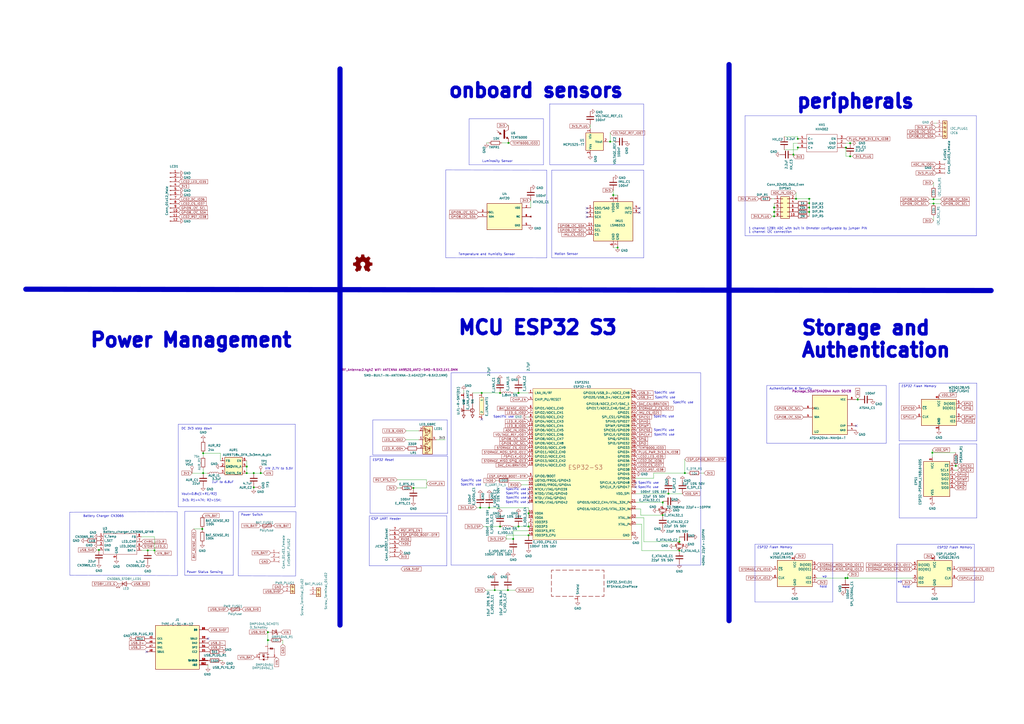
<source format=kicad_sch>
(kicad_sch (version 20230121) (generator eeschema)
  (paper "A2")
  (title_block (title "Smart DAQ Device 1Ch 12Bit ADC / I2C ") (date "2022-10-28") (rev "11-2022") (company "AeonLabs (https://github.com/aeonSolutions)"))
  (lib_symbols
    (symbol "Battery_Management:Battery_charger_CN3065_QFN8"
      (property "Reference" "U" (at 0 10.16 0))
      (property "Value" "Battery_charger_CN3065_QFN8" (at 1.27 8.89 0))
      (symbol "Battery_charger_CN3065_QFN8_1_1"
        (pin input line (at -12.0396 4.064 0) (length 2.54) (name "V_Temp") (number "1"))
        (pin input line (at -12.0904 1.6256 0) (length 2.54) (name "I_SET") (number "2"))
        (pin output line (at -12.0904 -1.0668 0) (length 2.54) (name "GND") (number "3"))
        (pin input line (at -12.0396 -3.7592 0) (length 2.54) (name "VIN") (number "4"))
        (pin output line (at 12.5984 -4.0132 180) (length 2.54) (name "BAT+") (number "5"))
        (pin output line (at 12.6492 -1.5748 180) (length 2.54) (name "LED_DONE") (number "6"))
        (pin output line (at 12.6492 1.1176 180) (length 2.54) (name "LED_CHR") (number "7"))
        (pin input line (at 12.5984 3.81 180) (length 2.54) (name "FB") (number "8"))
        (pin output line (at -1.8288 -8.9408 90) (length 2.54) (name "GND") (number "9"))
      )
    )
    (symbol "Connector:Conn_01x03_Female" (pin_names (offset 1.016) hide)
      (property "Reference" "J" (at 0 5.08 0))
      (property "Value" "Conn_01x03_Female" (at 0 -5.08 0))
      (symbol "Conn_01x03_Female_1_1"
        (pin passive line (at -5.08 2.54 0) (length 3.81) (name "Pin_1") (number "1"))
        (pin passive line (at -5.08 0 0) (length 3.81) (name "Pin_2") (number "2"))
        (pin passive line (at -5.08 -2.54 0) (length 3.81) (name "Pin_3") (number "3"))
      )
    )
    (symbol "Connector:Conn_01x07_Socket" (pin_names (offset 1.016) hide)
      (property "Reference" "J" (at 0 10.16 0))
      (property "Value" "Conn_01x07_Socket" (at 0 -10.16 0))
      (symbol "Conn_01x07_Socket_1_1"
        (pin passive line (at -5.08 7.62 0) (length 3.81) (name "Pin_1") (number "1"))
        (pin passive line (at -5.08 5.08 0) (length 3.81) (name "Pin_2") (number "2"))
        (pin passive line (at -5.08 2.54 0) (length 3.81) (name "Pin_3") (number "3"))
        (pin passive line (at -5.08 0 0) (length 3.81) (name "Pin_4") (number "4"))
        (pin passive line (at -5.08 -2.54 0) (length 3.81) (name "Pin_5") (number "5"))
        (pin passive line (at -5.08 -5.08 0) (length 3.81) (name "Pin_6") (number "6"))
        (pin passive line (at -5.08 -7.62 0) (length 3.81) (name "Pin_7") (number "7"))
      )
    )
    (symbol "Connector:Conn_01x12_Male" (pin_names (offset 1.016) hide)
      (property "Reference" "J" (at 0 15.24 0))
      (property "Value" "Conn_01x12_Male" (at 0 -17.78 0))
      (symbol "Conn_01x12_Male_1_1"
        (pin passive line (at 5.08 12.7 180) (length 3.81) (name "Pin_1") (number "1"))
        (pin passive line (at 5.08 -10.16 180) (length 3.81) (name "Pin_10") (number "10"))
        (pin passive line (at 5.08 -12.7 180) (length 3.81) (name "Pin_11") (number "11"))
        (pin passive line (at 5.08 -15.24 180) (length 3.81) (name "Pin_12") (number "12"))
        (pin passive line (at 5.08 10.16 180) (length 3.81) (name "Pin_2") (number "2"))
        (pin passive line (at 5.08 7.62 180) (length 3.81) (name "Pin_3") (number "3"))
        (pin passive line (at 5.08 5.08 180) (length 3.81) (name "Pin_4") (number "4"))
        (pin passive line (at 5.08 2.54 180) (length 3.81) (name "Pin_5") (number "5"))
        (pin passive line (at 5.08 0 180) (length 3.81) (name "Pin_6") (number "6"))
        (pin passive line (at 5.08 -2.54 180) (length 3.81) (name "Pin_7") (number "7"))
        (pin passive line (at 5.08 -5.08 180) (length 3.81) (name "Pin_8") (number "8"))
        (pin passive line (at 5.08 -7.62 180) (length 3.81) (name "Pin_9") (number "9"))
      )
    )
    (symbol "Connector:Screw_Terminal_01x02" (pin_names (offset 1.016) hide)
      (property "Reference" "J" (at 0 2.54 0))
      (property "Value" "Screw_Terminal_01x02" (at 0 -5.08 0))
      (symbol "Screw_Terminal_01x02_1_1"
        (pin passive line (at -5.08 0 0) (length 3.81) (name "Pin_1") (number "1"))
        (pin passive line (at -5.08 -2.54 0) (length 3.81) (name "Pin_2") (number "2"))
      )
    )
    (symbol "Connector:Screw_Terminal_01x04" (pin_names (offset 1.016) hide)
      (property "Reference" "J" (at 0 5.08 0))
      (property "Value" "Screw_Terminal_01x04" (at 0 -7.62 0))
      (symbol "Screw_Terminal_01x04_1_1"
        (pin passive line (at -5.08 2.54 0) (length 3.81) (name "Pin_1") (number "1"))
        (pin passive line (at -5.08 0 0) (length 3.81) (name "Pin_2") (number "2"))
        (pin passive line (at -5.08 -2.54 0) (length 3.81) (name "Pin_3") (number "3"))
        (pin passive line (at -5.08 -5.08 0) (length 3.81) (name "Pin_4") (number "4"))
      )
    )
    (symbol "Connector:TestPoint" (pin_numbers hide) (pin_names (offset 0.762) hide)
      (property "Reference" "TP" (at 0 6.858 0))
      (property "Value" "TestPoint" (at 0 5.08 0))
      (symbol "TestPoint_1_1"
        (pin passive line (at 0 0 90) (length 2.54) (name "1") (number "1"))
      )
    )
    (symbol "Connector_Generic:Conn_02x05_Odd_Even" (pin_names (offset 1.016) hide)
      (property "Reference" "J" (at 1.27 7.62 0))
      (property "Value" "Conn_02x05_Odd_Even" (at 1.27 -7.62 0))
      (symbol "Conn_02x05_Odd_Even_1_1"
        (pin passive line (at -5.08 5.08 0) (length 3.81) (name "Pin_1") (number "1"))
        (pin passive line (at 7.62 -5.08 180) (length 3.81) (name "Pin_10") (number "10"))
        (pin passive line (at 7.62 5.08 180) (length 3.81) (name "Pin_2") (number "2"))
        (pin passive line (at -5.08 2.54 0) (length 3.81) (name "Pin_3") (number "3"))
        (pin passive line (at 7.62 2.54 180) (length 3.81) (name "Pin_4") (number "4"))
        (pin passive line (at -5.08 0 0) (length 3.81) (name "Pin_5") (number "5"))
        (pin passive line (at 7.62 0 180) (length 3.81) (name "Pin_6") (number "6"))
        (pin passive line (at -5.08 -2.54 0) (length 3.81) (name "Pin_7") (number "7"))
        (pin passive line (at 7.62 -2.54 180) (length 3.81) (name "Pin_8") (number "8"))
        (pin passive line (at -5.08 -5.08 0) (length 3.81) (name "Pin_9") (number "9"))
      )
    )
    (symbol "Device:ATSHA204A-MAHDA-T" (pin_names (offset 1.016))
      (property "Reference" "U" (at -9.906 7.62 0))
      (property "Value" "ATSHA204A-MAHDA-T" (at -10.1854 -15.2654 0))
      (property "Footprint" "Package_SO:ATSHA204A Auth SOIC8" (at -7.112 14.478 0))
      (symbol "ATSHA204A-MAHDA-T_0_0"
        (pin power_in line (at 15.24 -10.16 180) (length 5.08) (name "GND") (number "4"))
        (pin bidirectional line (at -15.24 -2.54 0) (length 5.08) (name "SDA") (number "5"))
        (pin input clock (at -15.24 2.54 0) (length 5.08) (name "SCL") (number "6"))
        (pin power_in line (at 15.24 7.62 180) (length 5.08) (name "VCC") (number "8"))
        (pin power_in line (at 15.24 -7.62 180) (length 5.08) (name "EXP") (number "9"))
      )
    )
    (symbol "Device:C" (pin_numbers hide) (pin_names (offset 0.254))
      (property "Reference" "C" (at 0.635 2.54 0))
      (property "Value" "C" (at 0.635 -2.54 0))
      (symbol "C_1_1"
        (pin passive line (at 0 3.81 270) (length 2.794) (name "~") (number "1"))
        (pin passive line (at 0 -3.81 90) (length 2.794) (name "~") (number "2"))
      )
    )
    (symbol "Device:Crystal_GND24_Small" (pin_names (offset 1.016) hide)
      (property "Reference" "Y" (at 1.27 4.445 0))
      (property "Value" "Crystal_GND24_Small" (at 1.27 2.54 0))
      (symbol "Crystal_GND24_Small_1_1"
        (pin passive line (at -2.54 0 0) (length 1.27) (name "1") (number "1"))
        (pin passive line (at 0 -2.54 90) (length 0.635) (name "2") (number "2"))
        (pin passive line (at 2.54 0 180) (length 1.27) (name "3") (number "3"))
        (pin passive line (at 0 2.54 270) (length 0.635) (name "4") (number "4"))
      )
    )
    (symbol "Device:D_Schottky" (pin_numbers hide) (pin_names (offset 1.016) hide)
      (property "Reference" "D" (at 0 2.54 0))
      (property "Value" "D_Schottky" (at 0 -2.54 0))
      (symbol "D_Schottky_1_1"
        (pin passive line (at -3.81 0 0) (length 2.54) (name "K") (number "1"))
        (pin passive line (at 3.81 0 180) (length 2.54) (name "A") (number "2"))
      )
    )
    (symbol "Device:L" (pin_numbers hide) (pin_names (offset 1.016) hide)
      (property "Reference" "L" (at -1.27 0 90))
      (property "Value" "L" (at 1.905 0 90))
      (symbol "L_1_1"
        (pin passive line (at 0 3.81 270) (length 1.27) (name "1") (number "1"))
        (pin passive line (at 0 -3.81 90) (length 1.27) (name "2") (number "2"))
      )
    )
    (symbol "Device:LED" (pin_numbers hide) (pin_names (offset 1.016) hide)
      (property "Reference" "D" (at 0 2.54 0))
      (property "Value" "LED" (at 0 -2.54 0))
      (symbol "LED_1_1"
        (pin passive line (at -3.81 0 0) (length 2.54) (name "K") (number "1"))
        (pin passive line (at 3.81 0 180) (length 2.54) (name "A") (number "2"))
      )
    )
    (symbol "Device:LED_GBRC" (pin_names (offset 0) hide)
      (property "Reference" "D" (at 0 9.398 0))
      (property "Value" "Device_LED_GBRC" (at 0 -8.89 0))
      (symbol "LED_GBRC_0_0"
        (text "B" (at 1.905 -6.35 0) (effects (font (size 1.27 1.27))))
        (text "G" (at 1.905 -1.27 0) (effects (font (size 1.27 1.27))))
        (text "R" (at 1.905 3.81 0) (effects (font (size 1.27 1.27))))
      )
      (symbol "LED_GBRC_1_1"
        (pin passive line (at 5.08 0 180) (length 2.54) (name "GA") (number "1"))
        (pin passive line (at 5.08 -5.08 180) (length 2.54) (name "BA") (number "2"))
        (pin passive line (at 5.08 5.08 180) (length 2.54) (name "RA") (number "3"))
        (pin passive line (at -5.08 0 0) (length 2.54) (name "K") (number "4"))
      )
    )
    (symbol "Device:Polyfuse" (pin_numbers hide) (pin_names (offset 0))
      (property "Reference" "F" (at -2.54 0 90))
      (property "Value" "Polyfuse" (at 2.54 0 90))
      (symbol "Polyfuse_1_1"
        (pin passive line (at 0 3.81 270) (length 1.27) (name "~") (number "1"))
        (pin passive line (at 0 -3.81 90) (length 1.27) (name "~") (number "2"))
      )
    )
    (symbol "Device:R" (pin_numbers hide) (pin_names (offset 0))
      (property "Reference" "R" (at 2.032 0 90))
      (property "Value" "R" (at 0 0 90))
      (symbol "R_1_1"
        (pin passive line (at 0 3.81 270) (length 1.27) (name "~") (number "1"))
        (pin passive line (at 0 -3.81 90) (length 1.27) (name "~") (number "2"))
      )
    )
    (symbol "Device:RFShield_OnePiece" (pin_names (offset 1.016))
      (property "Reference" "J" (at 0 5.08 0))
      (property "Value" "RFShield_OnePiece" (at 0 2.54 0))
      (symbol "RFShield_OnePiece_1_1"
        (pin passive line (at 0 -10.16 90) (length 2.54) (name "Shield") (number "1"))
      )
    )
    (symbol "Device:SMD-BUILT-IN-ANTENNA-2.4GHZ(2P-9.5X2.1MM)" (pin_names (offset 1.016))
      (property "Reference" "ANT" (at -2.54 1.905 0))
      (property "Value" "SMD-BUILT-IN-ANTENNA-2.4GHZ(2P-9.5X2.1MM)" (at -15.24 8.89 0))
      (property "Footprint" "RF_Antenna:AN9520_ANT2-SMD-9.5X2.1X1.0MM" (at -7.62 5.08 0))
      (symbol "SMD-BUILT-IN-ANTENNA-2.4GHZ(2P-9.5X2.1MM)_0_0"
        (pin bidirectional line (at -7.62 0 0) (length 2.54) (name "1") (number "1"))
        (pin bidirectional line (at 7.62 0 180) (length 2.54) (name "2") (number "2"))
      )
    )
    (symbol "Espressif:ESP32-S3" (pin_names (offset 1.016))
      (property "Reference" "U" (at 0 46.99 0))
      (property "Value" "ESP32-S3" (at 0 -43.18 0))
      (symbol "ESP32-S3_0_0"
        (text "ESP32-S3" (at 1.27 0 0) (effects (font (size 2.54 2.54))))
        (pin bidirectional line (at 30.48 -8.89 180) (length 2.54) (name "SPICLK_N/GPIO48") (number "36"))
        (pin bidirectional line (at 30.48 -11.43 180) (length 2.54) (name "SPICLK_P/GPIO47") (number "37"))
      )
      (symbol "ESP32-S3_1_1"
        (pin bidirectional line (at -31.75 43.18 0) (length 2.54) (name "LNA_IN/RF") (number "1"))
        (pin bidirectional line (at -31.75 24.13 0) (length 2.54) (name "GPIO5/ADC1_CH4") (number "10"))
        (pin bidirectional line (at -31.75 21.59 0) (length 2.54) (name "GPIO6/ADC1_CH5") (number "11"))
        (pin bidirectional line (at -31.75 19.05 0) (length 2.54) (name "GPIO7/ADC1_CH6") (number "12"))
        (pin bidirectional line (at -31.75 16.51 0) (length 2.54) (name "GPIO8/ADC1_CH7") (number "13"))
        (pin bidirectional line (at -31.75 13.97 0) (length 2.54) (name "GPIO9/ADC1_CH8") (number "14"))
        (pin bidirectional line (at -31.75 11.43 0) (length 2.54) (name "GPIO10/ADC1_CH9") (number "15"))
        (pin bidirectional line (at -31.75 8.89 0) (length 2.54) (name "GPIO11/ADC2_CH0") (number "16"))
        (pin bidirectional line (at -31.75 6.35 0) (length 2.54) (name "GPIO12/ADC2_CH1") (number "17"))
        (pin bidirectional line (at -31.75 3.81 0) (length 2.54) (name "GPIO13/ADC2_CH2") (number "18"))
        (pin bidirectional line (at -31.75 1.27 0) (length 2.54) (name "GPIO14/ADC2_CH3") (number "19"))
        (pin power_in line (at -31.75 -31.75 0) (length 2.54) (name "VDD3P3") (number "2"))
        (pin power_in line (at -31.75 -36.83 0) (length 2.54) (name "VDD3P3_RTC") (number "20"))
        (pin input clock (at 30.48 -20.32 180) (length 2.54) (name "GPIO15/ADC2_CH4/XTAL_32K_P") (number "21"))
        (pin output clock (at 30.48 -24.13 180) (length 2.54) (name "GPIO16/ADC2_CH5/XTAL_32K_N") (number "22"))
        (pin bidirectional line (at 30.48 34.29 180) (length 2.54) (name "GPIO17/ADC2_CH6/DAC_2") (number "23"))
        (pin bidirectional line (at 30.48 36.83 180) (length 2.54) (name "GPIO18/ADC2_CH7/DAC_1") (number "24"))
        (pin bidirectional line (at 30.48 43.18 180) (length 2.54) (name "GPIO19/USB_D-/ADC2_CH8") (number "25"))
        (pin bidirectional line (at 30.48 40.64 180) (length 2.54) (name "GPIO20/USB_D+/ADC2_CH9") (number "26"))
        (pin bidirectional line (at 30.48 31.75 180) (length 2.54) (name "GPIO21") (number "27"))
        (pin bidirectional line (at 30.48 29.21 180) (length 2.54) (name "SPI_CS1/GPIO26") (number "28"))
        (pin power_out line (at 30.48 -15.24 180) (length 2.54) (name "VDD_SPI") (number "29"))
        (pin power_in line (at -31.75 -34.29 0) (length 2.54) (name "VDD3P3") (number "3"))
        (pin bidirectional line (at 30.48 26.67 180) (length 2.54) (name "SPIHD/GPIO27") (number "30"))
        (pin bidirectional line (at 30.48 24.13 180) (length 2.54) (name "SPIWP/GPIO28") (number "31"))
        (pin bidirectional line (at 30.48 21.59 180) (length 2.54) (name "SPICS0/GPIO29") (number "32"))
        (pin bidirectional line (at 30.48 19.05 180) (length 2.54) (name "SPICLK/GPIO30") (number "33"))
        (pin bidirectional line (at 30.48 16.51 180) (length 2.54) (name "SPIQ/GPIO31") (number "34"))
        (pin bidirectional line (at 30.48 13.97 180) (length 2.54) (name "SPID/GPIO32") (number "35"))
        (pin bidirectional line (at 30.48 11.43 180) (length 2.54) (name "GPIO33") (number "38"))
        (pin bidirectional line (at 30.48 8.89 180) (length 2.54) (name "GPIO34") (number "39"))
        (pin input line (at -31.75 39.37 0) (length 2.54) (name "CHIP_PU/RESET") (number "4"))
        (pin bidirectional line (at 30.48 6.35 180) (length 2.54) (name "GPIO35") (number "40"))
        (pin bidirectional line (at 30.48 3.81 180) (length 2.54) (name "GPIO36") (number "41"))
        (pin bidirectional line (at 30.48 1.27 180) (length 2.54) (name "GPIO37") (number "42"))
        (pin bidirectional line (at 30.48 -1.27 180) (length 2.54) (name "GPIO38") (number "43"))
        (pin bidirectional line (at -31.75 -12.7 0) (length 2.54) (name "MTCK/JTAG/GPIO39") (number "44"))
        (pin bidirectional line (at -31.75 -15.24 0) (length 2.54) (name "MTDO/JTAG/GPIO40") (number "45"))
        (pin power_in line (at -31.75 -39.37 0) (length 2.54) (name "VDD3P3_CPU") (number "46"))
        (pin bidirectional line (at -31.75 -17.78 0) (length 2.54) (name "MTDI/JTAG/GPIO41") (number "47"))
        (pin bidirectional line (at -31.75 -20.32 0) (length 2.54) (name "MTMS/JTAG/GPIO42") (number "48"))
        (pin bidirectional line (at -31.75 -7.62 0) (length 2.54) (name "U0TXD/PROG/GPIO43") (number "49"))
        (pin bidirectional line (at -31.75 -5.08 0) (length 2.54) (name "GPIO0/BOOT") (number "5"))
        (pin bidirectional line (at -31.75 -10.16 0) (length 2.54) (name "U0RXD/PROG/GPIO44") (number "50"))
        (pin bidirectional line (at 30.48 -3.81 180) (length 2.54) (name "GPIO45") (number "51"))
        (pin bidirectional line (at 30.48 -6.35 180) (length 2.54) (name "GPIO46") (number "52"))
        (pin input clock (at 30.48 -29.21 180) (length 2.54) (name "XTAL_N") (number "53"))
        (pin output clock (at 30.48 -33.02 180) (length 2.54) (name "XTAL_P") (number "54"))
        (pin power_in line (at -31.75 -26.67 0) (length 2.54) (name "VDDA") (number "55"))
        (pin power_in line (at -31.75 -29.21 0) (length 2.54) (name "VDDA") (number "56"))
        (pin power_in line (at 30.48 -39.37 180) (length 2.54) (name "GND") (number "57"))
        (pin bidirectional line (at -31.75 34.29 0) (length 2.54) (name "GPIO1/ADC1_CH0") (number "6"))
        (pin bidirectional line (at -31.75 31.75 0) (length 2.54) (name "GPIO2/ADC1_CH1") (number "7"))
        (pin bidirectional line (at -31.75 29.21 0) (length 2.54) (name "GPIO3/ADC1_CH2") (number "8"))
        (pin bidirectional line (at -31.75 26.67 0) (length 2.54) (name "GPIO4/ADC1_CH3") (number "9"))
      )
    )
    (symbol "Graphic:Logo_Open_Hardware_Small" (pin_names (offset 1.016)))
    (symbol "HX4002_1" (pin_names (offset 0.762))
      (property "Reference" "IC" (at 24.13 7.62 0))
      (property "Value" "HX4002_1" (at 24.13 5.08 0))
      (symbol "HX4002_1_0_0"
        (pin passive line (at 0 0 0) (length 5.08) (name "VOUT") (number "1"))
        (pin passive line (at 0 -2.54 0) (length 5.08) (name "GND") (number "2"))
        (pin passive line (at 0 -5.08 0) (length 5.08) (name "EN") (number "3"))
        (pin passive line (at 27.94 -5.08 180) (length 5.08) (name "C-") (number "4"))
        (pin passive line (at 27.94 -2.54 180) (length 5.08) (name "VIN") (number "5"))
        (pin passive line (at 27.94 0 180) (length 5.08) (name "C+") (number "6"))
      )
    )
    (symbol "Interface_USB:TYPE-C-31-M-12" (pin_names (offset 1.016))
      (property "Reference" "J" (at -12.7 13.462 0))
      (property "Value" "TYPE-C-31-M-12" (at -9.3472 -15.4432 0))
      (symbol "TYPE-C-31-M-12_0_0"
        (pin bidirectional line (at -17.78 5.08 0) (length 5.08) (name "CC1") (number "A5"))
        (pin bidirectional line (at -17.78 2.54 0) (length 5.08) (name "DP1") (number "A6"))
        (pin bidirectional line (at -17.78 0 0) (length 5.08) (name "DN1") (number "A7"))
        (pin bidirectional line (at -17.78 -2.54 0) (length 5.08) (name "SBU1") (number "A8"))
        (pin power_in line (at 17.78 10.16 180) (length 5.08) (name "A9") (number "A9"))
        (pin power_in line (at 17.78 -10.16 180) (length 5.08) (name "B1") (number "B1"))
        (pin power_in line (at 17.78 -10.16 180) (length 5.08) (name "A12") (number "B12"))
        (pin power_in line (at 17.78 10.16 180) (length 5.08) (name "B4") (number "B4"))
        (pin bidirectional line (at 17.78 -2.54 180) (length 5.08) (name "CC2") (number "B5"))
        (pin bidirectional line (at 17.78 0 180) (length 5.08) (name "DP2") (number "B6"))
        (pin bidirectional line (at 17.78 2.54 180) (length 5.08) (name "DN2") (number "B7"))
        (pin bidirectional line (at 17.78 5.08 180) (length 5.08) (name "SBU2") (number "B8"))
        (pin passive line (at 17.78 -7.62 180) (length 5.08) (name "SHIELD") (number "S1"))
        (pin passive line (at 17.78 -7.62 180) (length 5.08) (name "SHIELD") (number "S2"))
        (pin passive line (at 17.78 -7.62 180) (length 5.08) (name "SHIELD") (number "S3"))
        (pin passive line (at 17.78 -7.62 180) (length 5.08) (name "SHIELD") (number "S4"))
      )
    )
    (symbol "Memory_Flash:SPI_Flash_W25Q128JVS"
      (property "Reference" "ESP_FLASH1" (at -12.7 11.43 0))
      (property "Value" "W25Q128JVS" (at -14.478 9.398 0))
      (symbol "SPI_Flash_W25Q128JVS_1_1"
        (pin input line (at -12.7 2.54 0) (length 2.54) (name "~{CS}") (number "1"))
        (pin bidirectional line (at 12.7 2.54 180) (length 2.54) (name "DO(IO1)") (number "2"))
        (pin bidirectional line (at 12.7 -2.54 180) (length 2.54) (name "IO2") (number "3"))
        (pin power_in line (at 0 -10.16 90) (length 2.54) (name "GND") (number "4"))
        (pin bidirectional line (at 12.7 5.08 180) (length 2.54) (name "DI(IO0)") (number "5"))
        (pin input line (at -12.7 -2.54 0) (length 2.54) (name "CLK") (number "6"))
        (pin bidirectional line (at 12.7 -5.08 180) (length 2.54) (name "IO3") (number "7"))
        (pin power_in line (at 0 10.16 270) (length 2.54) (name "VCC") (number "8"))
        (pin power_in line (at 0 -10.16 90) (length 2.54) (name "GND") (number "9"))
      )
    )
    (symbol "Memory_Flash:W25Q128JVS"
      (property "Reference" "U" (at -8.89 8.89 0))
      (property "Value" "W25Q128JVS" (at 7.62 8.89 0))
      (symbol "W25Q128JVS_1_1"
        (pin input line (at -12.7 2.54 0) (length 2.54) (name "~{CS}") (number "1"))
        (pin bidirectional line (at 12.7 2.54 180) (length 2.54) (name "DO(IO1)") (number "2"))
        (pin bidirectional line (at 12.7 -2.54 180) (length 2.54) (name "IO2") (number "3"))
        (pin power_in line (at 0 -10.16 90) (length 2.54) (name "GND") (number "4"))
        (pin bidirectional line (at 12.7 5.08 180) (length 2.54) (name "DI(IO0)") (number "5"))
        (pin input line (at -12.7 -2.54 0) (length 2.54) (name "CLK") (number "6"))
        (pin bidirectional line (at 12.7 -5.08 180) (length 2.54) (name "IO3") (number "7"))
        (pin power_in line (at 0 10.16 270) (length 2.54) (name "VCC") (number "8"))
      )
    )
    (symbol "Memory_RAM:ESP32-PSRAM_LY68L6400S"
      (property "Reference" "EPS" (at -5.08 0.508 0))
      (property "Value" "ESP32-PSRAM_LY68L6400S" (at -12.192 23.368 0))
      (symbol "ESP32-PSRAM_LY68L6400S_1_1"
        (pin input line (at 10.16 7.62 180) (length 2.54) (name "~{CE}") (number "1"))
        (pin input line (at 10.16 -2.54 180) (length 2.54) (name "SIO1") (number "2"))
        (pin bidirectional line (at 10.16 0 180) (length 2.54) (name "SIO2") (number "3"))
        (pin power_in line (at -2.54 -12.7 90) (length 2.54) (name "VSS") (number "4"))
        (pin output line (at 10.16 -5.08 180) (length 2.54) (name "SiO0") (number "5"))
        (pin output line (at 10.16 5.08 180) (length 2.54) (name "SCLK") (number "6"))
        (pin bidirectional line (at 10.16 2.54 180) (length 2.54) (name "SIO3") (number "7"))
        (pin power_in line (at -2.54 12.7 270) (length 2.54) (name "VCC") (number "8"))
      )
    )
    (symbol "Power_Management:ST01S09_AUR9718x_DFN_3x3mm_6_pin"
      (property "Reference" "AU1" (at -2.54 10.033 0))
      (property "Value" "AUR9718x_DFN_3x3mm_6_pin" (at -2.54 7.493 0))
      (symbol "ST01S09_AUR9718x_DFN_3x3mm_6_pin_1_1"
        (pin input line (at -10.16 3.048 0) (length 2.54) (name "FB") (number "1"))
        (pin output line (at -10.16 -0.254 0) (length 2.54) (name "GND") (number "2"))
        (pin bidirectional line (at -10.16 -4.064 0) (length 2.54) (name "SW") (number "3"))
        (pin input line (at 5.08 -4.064 180) (length 2.54) (name "VIN_SW") (number "4"))
        (pin power_out line (at 5.08 -0.254 180) (length 2.54) (name "VIN_A") (number "5"))
        (pin power_in line (at 5.08 3.048 180) (length 2.54) (name "EN") (number "6"))
        (pin output line (at -10.16 -0.254 0) (length 2.54) (name "GND") (number "7"))
      )
    )
    (symbol "RF:U.FL-R-SMT(01)" (pin_names (offset 1.016))
      (property "Reference" "J" (at -3.81 4.064 0))
      (property "Value" "U.FL-R-SMT(01)" (at -4.318 -5.588 0))
      (symbol "U.FL-R-SMT(01)_0_0"
        (pin passive line (at -10.16 -2.54 0) (length 2.54) (name "GND") (number "1"))
        (pin passive line (at -10.16 -2.54 0) (length 2.54) (name "GND") (number "2"))
        (pin passive line (at -10.16 2.54 0) (length 2.54) (name "SIG") (number "3"))
      )
    )
    (symbol "Reference_Voltage:MCP1525-TT"
      (property "Reference" "U" (at 1.27 8.255 0))
      (property "Value" "MCP1525-TT" (at 1.27 6.35 0))
      (symbol "MCP1525-TT_1_1"
        (pin power_in line (at 0 7.62 270) (length 2.54) (name "Vin") (number "1"))
        (pin power_out line (at 10.16 0 180) (length 2.54) (name "Vout") (number "2"))
        (pin power_in line (at 0 -7.62 90) (length 2.54) (name "Vss") (number "3"))
      )
    )
    (symbol "Sensor:AHT20" (pin_names (offset 1.016))
      (property "Reference" "U" (at -10.16 8.509 0))
      (property "Value" "AHT20" (at -10.16 -10.16 0))
      (symbol "AHT20_0_0"
        (pin no_connect line (at 15.24 0 180) (length 5.08) (name "NC") (number "1"))
        (pin power_in line (at 15.24 5.08 180) (length 5.08) (name "VDD") (number "2"))
        (pin input clock (at -15.24 2.54 0) (length 5.08) (name "SCL") (number "3"))
        (pin bidirectional line (at -15.24 0 0) (length 5.08) (name "SDA") (number "4"))
        (pin power_in line (at 15.24 -5.08 180) (length 5.08) (name "GND") (number "5"))
        (pin no_connect line (at 15.24 0 180) (length 5.08) (name "NC") (number "6"))
      )
    )
    (symbol "Sensor_Motion:LSM6DS3"
      (property "Reference" "U" (at -11.43 15.24 0))
      (property "Value" "LSM6DS3" (at -11.43 12.7 0))
      (symbol "LSM6DS3_1_1"
        (pin bidirectional line (at -15.24 7.62 0) (length 3.81) (name "SDO/SA0") (number "1"))
        (pin no_connect line (at 10.16 -5.08 180) (length 3.81) hide (name "NC") (number "10"))
        (pin no_connect line (at 10.16 -2.54 180) (length 3.81) hide (name "NC") (number "11"))
        (pin input line (at -15.24 -7.62 0) (length 3.81) (name "CS") (number "12"))
        (pin input line (at -15.24 -5.08 0) (length 3.81) (name "SCL") (number "13"))
        (pin bidirectional line (at -15.24 -2.54 0) (length 3.81) (name "SDA") (number "14"))
        (pin bidirectional line (at -15.24 5.08 0) (length 3.81) (name "SDX") (number "2"))
        (pin input line (at -15.24 2.54 0) (length 3.81) (name "SCX") (number "3"))
        (pin output line (at 15.24 7.62 180) (length 3.81) (name "INT1") (number "4"))
        (pin power_in line (at 0 15.24 270) (length 3.81) (name "VDDIO") (number "5"))
        (pin power_in line (at 0 -15.24 90) (length 3.81) (name "GND") (number "6"))
        (pin power_in line (at 2.54 -15.24 90) (length 3.81) (name "GND") (number "7"))
        (pin power_in line (at 2.54 15.24 270) (length 3.81) (name "VDD") (number "8"))
        (pin output line (at 15.24 5.08 180) (length 3.81) (name "INT2") (number "9"))
      )
    )
    (symbol "TEMT6000_1" (pin_numbers hide) (pin_names (offset 1.016) hide)
      (property "Reference" "U" (at 5.08 2.54 0))
      (property "Value" "TEMT6000" (at 5.08 -5.08 0))
      (symbol "TEMT6000_1_0_0"
        (pin passive line (at 2.54 5.08 270) (length 2.54) (name "~") (number "COLLECTOR"))
        (pin passive line (at 2.54 -5.08 90) (length 2.54) (name "~") (number "EMITTER"))
      )
    )
    (symbol "Transistor_FET:DMP1045U" (pin_names (offset 1.016))
      (property "Reference" "Q" (at -10.16 7.62 0))
      (property "Value" "DMP1045U" (at -10.16 -7.62 0))
      (symbol "DMP1045U_0_0"
        (pin passive line (at -5.08 2.54 0) (length 2.54) (name "~") (number "1"))
        (pin passive line (at 2.54 7.62 270) (length 2.54) (name "~") (number "2"))
        (pin passive line (at 2.54 -5.08 90) (length 2.54) (name "~") (number "3"))
      )
    )
    (symbol "power:GND" (power) (pin_names (offset 0))
      (property "Value" "GND" (at 0 -3.81 0))
      (symbol "GND_1_1"
        (pin power_in line (at 0 0 270) (length 0) hide (name "GND") (number "1"))
      )
    )
  )
  (junction (at 449.072 125.476))
  (junction (at 294.6146 342.3158))
  (junction (at 279.4254 227.9396))
  (junction (at 387.7564 286.3596))
  (junction (at 384.4544 291.4396))
  (junction (at 283.7434 294.4876))
  (junction (at 306.6034 305.4096))
  (junction (at 294.9448 82.9056))
  (junction (at 397.256 274.4216))
  (junction (at 469.392 115.316))
  (junction (at 155.3972 366.7252))
  (junction (at 469.392 120.396))
  (junction (at 540.8422 262.6106))
  (junction (at 286.9946 342.3158))
  (junction (at 117.348 306.832))
  (junction (at 490.728 85.598))
  (junction (at 449.072 120.396))
  (junction (at 462.788 80.518))
  (junction (at 460.248 89.662))
  (junction (at 306.6034 297.7896))
  (junction (at 155.3972 371.348))
  (junction (at 353.949 82.169))
  (junction (at 358.267 143.637))
  (junction (at 290.0934 227.9396))
  (junction (at 147.193 282.702))
  (junction (at 117.856 262.89))
  (junction (at 541.528 118.11))
  (junction (at 493.1664 83.058))
  (junction (at 89.6366 319.278))
  (junction (at 394.1064 319.3796))
  (junction (at 493.1664 90.678))
  (junction (at 497.5352 231.7496))
  (junction (at 554.4312 270.2306))
  (junction (at 384.4544 298.8056))
  (junction (at 278.5618 294.4876))
  (junction (at 306.6034 310.4896))
  (junction (at 151.257 274.447))
  (junction (at 461.772 115.316))
  (junction (at 541.528 115.57))
  (junction (at 297.7134 312.6486))
  (junction (at 290.0934 305.4096))
  (junction (at 355.727 113.157))
  (junction (at 490.4232 335.3308))
  (junction (at 57.3786 319.024))
  (junction (at 300.7614 305.4096))
  (junction (at 239.8014 283.0576))
  (junction (at 449.072 122.936))
  (junction (at 143.129 270.637))
  (junction (at 85.6996 319.278))
  (junction (at 394.1064 314.2996))
  (junction (at 462.788 85.598))
  (junction (at 469.392 122.936))
  (junction (at 469.392 117.856))
  (junction (at 491.6424 335.3308))
  (junction (at 117.856 274.447))
  (junction (at 147.193 274.447))
  (junction (at 143.129 274.447))
  (junction (at 300.7614 227.9396))
  (no_connect (at 340.487 123.317))
  (no_connect (at 368.8334 282.5496))
  (no_connect (at 370.967 120.777))
  (no_connect (at 370.967 123.317))
  (no_connect (at 306.6034 291.4396))
  (no_connect (at 340.487 125.857))
  (no_connect (at 306.6034 286.3596))
  (no_connect (at 306.6034 283.8196))
  (no_connect (at 368.8334 280.0096))
  (no_connect (at 496.6462 246.9896))
  (no_connect (at 85.09 378.079))
  (no_connect (at 306.6034 288.8996))
  (no_connect (at 340.487 120.777))
  (no_connect (at 279.4508 243.205))
  (no_connect (at 120.65 370.459))
  (polyline (pts (xy 566.6232 257.5306) (xy 521.6652 257.5306)))
  (wire (pts (xy 460.248 83.058) (xy 460.248 89.662)))
  (wire (pts (xy 274.0914 227.9396) (xy 279.4254 227.9396)))
  (wire (pts (xy 491.6424 333.121) (xy 491.6424 335.3308)))
  (wire (pts (xy 491.6424 335.3308) (xy 529.4376 335.3308)))
  (polyline (pts (xy 107.188 296.672) (xy 107.188 333.756)))
  (wire (pts (xy 491.9218 333.121) (xy 491.6424 333.121)))
  (wire (pts (xy 306.6034 307.9496) (xy 297.7134 307.9496)))
  (polyline (pts (xy 258.5974 149.5044) (xy 258.5974 98.5774)))
  (wire (pts (xy 147.193 274.447) (xy 151.257 274.447)))
  (wire (pts (xy 358.267 113.157) (xy 355.727 113.157)))
  (wire (pts (xy 397.256 274.4216) (xy 379.1204 274.4216)))
  (wire (pts (xy 470.408 115.316) (xy 469.392 115.316)))
  (polyline (pts (xy 373.38 98.679) (xy 373.38 149.606)))
  (polyline (pts (xy 259.6134 264.6426) (xy 259.6134 297.7896)))
  (wire (pts (xy 542.7726 73.9394) (xy 543.0266 73.9394)))
  (polyline (pts (xy 514.0452 223.6216) (xy 514.0452 257.1496)))
  (wire (pts (xy 164.084 373.7356) (xy 164.084 371.348)))
  (polyline (pts (xy 432.181 67.056) (xy 432.181 136.779)))
  (polyline (pts (xy 318.897 60.198) (xy 318.897 60.325)))
  (wire (pts (xy 473.7608 335.3308) (xy 473.7608 335.2292)))
  (wire (pts (xy 294.4368 72.7456) (xy 294.9448 72.7456)))
  (wire (pts (xy 461.772 111.7854) (xy 461.772 115.316)))
  (wire (pts (xy 384.4544 290.8046) (xy 384.4544 291.4396)))
  (polyline (pts (xy 520.1666 349.3008) (xy 565.2516 349.3008)))
  (wire (pts (xy 300.7614 305.4096) (xy 306.6034 305.4096)))
  (wire (pts (xy 462.788 85.598) (xy 462.7626 85.598)))
  (polyline (pts (xy 521.5382 222.2246) (xy 566.6232 222.2246)))
  (wire (pts (xy 306.6034 294.4876) (xy 306.6034 297.7896)))
  (wire (pts (xy 449.072 117.856) (xy 449.072 120.396)))
  (wire (pts (xy 460.248 83.058) (xy 462.788 83.058)))
  (wire (pts (xy 82.0166 319.278) (xy 85.6996 319.278)))
  (polyline (pts (xy 432.181 136.779) (xy 566.42 136.779)))
  (polyline (pts (xy 320.04 149.606) (xy 320.04 98.679)))
  (wire (pts (xy 242.9764 249.9614) (xy 235.4834 249.9614)))
  (wire (pts (xy 371.6274 295.2496) (xy 368.8334 295.2496)))
  (polyline (pts (xy 320.04 98.679) (xy 373.38 98.679)))
  (wire (pts (xy 281.6606 342.3158) (xy 286.9946 342.3158)))
  (wire (pts (xy 540.8422 262.6106) (xy 540.8422 265.1506)))
  (polyline (pts (xy 40.4876 297.0784) (xy 40.5638 333.7052)))
  (wire (pts (xy 356.362 82.169) (xy 353.949 82.169)))
  (wire (pts (xy 493.1664 83.058) (xy 493.903 83.058)))
  (polyline (pts (xy 318.897 95.504) (xy 373.38 95.504)))
  (wire (pts (xy 541.528 118.11) (xy 545.592 118.11)))
  (wire (pts (xy 447.7512 125.476) (xy 449.072 125.476)))
  (polyline (pts (xy 138.43 296.926) (xy 171.704 296.926)))
  (wire (pts (xy 85.6996 319.278) (xy 89.6366 319.278)))
  (wire (pts (xy 117.348 306.832) (xy 117.348 307.467)))
  (polyline (pts (xy 373.38 60.325) (xy 318.897 60.325)))
  (polyline (pts (xy 258.5974 149.5044) (xy 317.119 149.606)))
  (wire (pts (xy 497.5352 231.7496) (xy 498.5004 231.7496)))
  (wire (pts (xy 490.4232 344.1192) (xy 490.4232 343.8398)))
  (wire (pts (xy 293.7764 312.6486) (xy 293.7764 310.4896)))
  (polyline (pts (xy 216.3064 263.9314) (xy 259.4864 263.9314)))
  (wire (pts (xy 291.1348 82.9056) (xy 294.9448 82.9056)))
  (polyline (pts (xy 272.0848 68.9356) (xy 315.2648 68.9356)))
  (wire (pts (xy 155.3972 366.7252) (xy 155.3972 371.348)))
  (wire (pts (xy 283.5148 82.9056) (xy 282.2448 82.9056)))
  (polyline (pts (xy 214.2744 328.2442) (xy 259.2324 328.2442)))
  (wire (pts (xy 297.7134 227.9396) (xy 300.7614 227.9396)))
  (wire (pts (xy 297.7134 307.9496) (xy 297.7134 312.6486)))
  (wire (pts (xy 473.7608 335.3308) (xy 490.4232 335.3308)))
  (polyline (pts (xy 103.378 294.005) (xy 103.378 246.126)))
  (polyline (pts (xy 422.91 37.465) (xy 422.91 360.045)) (stroke (width 3)))
  (polyline (pts (xy 565.2516 315.7728) (xy 520.1666 315.7728)))
  (polyline (pts (xy 406.4254 216.2556) (xy 406.4254 327.7616)))
  (wire (pts (xy 541.528 115.57) (xy 545.592 115.57)))
  (wire (pts (xy 278.5618 294.5384) (xy 278.5618 294.4876)))
  (wire (pts (xy 358.267 143.637) (xy 355.727 143.637)))
  (wire (pts (xy 554.4312 270.2306) (xy 555.4472 270.2306)))
  (wire (pts (xy 469.392 117.856) (xy 469.392 120.396)))
  (wire (pts (xy 394.1064 311.5056) (xy 394.1064 314.2996)))
  (polyline (pts (xy 520.1666 315.7728) (xy 520.1666 349.3008)))
  (polyline (pts (xy 437.9468 315.6712) (xy 483.0318 315.6712)))
  (wire (pts (xy 302.4124 281.2796) (xy 306.6034 281.2796)))
  (wire (pts (xy 394.1064 314.2996) (xy 373.5324 314.2996)))
  (polyline (pts (xy 521.6652 257.5306) (xy 521.6652 258.8006)))
  (wire (pts (xy 372.2624 304.1396) (xy 368.8334 304.1396)))
  (polyline (pts (xy 216.3064 243.6114) (xy 216.3064 263.9314)))
  (wire (pts (xy 112.395 306.832) (xy 117.348 306.832)))
  (wire (pts (xy 283.7434 294.4876) (xy 278.5618 294.4876)))
  (polyline (pts (xy 315.2648 95.6056) (xy 272.0848 95.6056)))
  (wire (pts (xy 449.072 122.936) (xy 449.072 125.476)))
  (wire (pts (xy 283.7434 294.4876) (xy 306.6034 294.4876)))
  (polyline (pts (xy 214.6554 264.6426) (xy 259.6134 264.6426)))
  (wire (pts (xy 147.193 283.591) (xy 147.193 282.702)))
  (polyline (pts (xy 102.7684 296.8498) (xy 40.4876 297.0784)))
  (wire (pts (xy 384.4544 306.4256) (xy 384.4544 306.2986)))
  (wire (pts (xy 306.6034 297.7896) (xy 306.6034 300.3296)))
  (polyline (pts (xy 135.382 333.756) (xy 107.188 333.756)))
  (wire (pts (xy 278.5618 294.4368) (xy 278.5618 294.4876)))
  (wire (pts (xy 117.856 262.89) (xy 117.856 264.541)))
  (wire (pts (xy 294.6146 342.3158) (xy 298.9072 342.3158)))
  (wire (pts (xy 462.788 80.518) (xy 462.788 79.248)))
  (polyline (pts (xy 317.119 98.679) (xy 317.119 149.606)))
  (polyline (pts (xy 138.2522 334.0608) (xy 171.45 334.137)))
  (wire (pts (xy 155.3972 366.6744) (xy 155.3972 366.7252)))
  (wire (pts (xy 155.3972 371.348) (xy 155.3972 373.6848)))
  (polyline (pts (xy 259.4864 243.6114) (xy 216.3064 243.6114)))
  (polyline (pts (xy 315.2648 95.6056) (xy 315.2648 68.9356)))
  (wire (pts (xy 230.4034 278.3586) (xy 247.4214 278.3586)))
  (polyline (pts (xy 14.986 167.767) (xy 574.929 168.529)) (stroke (width 3)))
  (wire (pts (xy 387.7564 286.3596) (xy 395.8844 286.3596)))
  (wire (pts (xy 372.2624 319.3796) (xy 394.1064 319.3796)))
  (wire (pts (xy 247.4214 283.0576) (xy 239.8014 283.0576)))
  (wire (pts (xy 384.4544 298.8056) (xy 371.6274 298.8056)))
  (wire (pts (xy 151.257 274.447) (xy 152.781 274.447)))
  (wire (pts (xy 462.788 86.868) (xy 454.8632 86.868)))
  (polyline (pts (xy 103.378 246.126) (xy 171.323 246.126)))
  (wire (pts (xy 447.802 115.316) (xy 449.072 115.316)))
  (polyline (pts (xy 259.7404 297.6626) (xy 214.6554 297.6626)))
  (polyline (pts (xy 437.9468 349.1992) (xy 437.9468 315.6712)))
  (wire (pts (xy 373.5324 300.3296) (xy 373.5324 314.2996)))
  (polyline (pts (xy 197.231 40.005) (xy 197.231 362.585)) (stroke (width 3)))
  (wire (pts (xy 143.129 267.335) (xy 143.129 270.637)))
  (wire (pts (xy 247.4214 278.3586) (xy 247.4214 283.0576)))
  (wire (pts (xy 305.7144 241.9096) (xy 306.6034 241.9096)))
  (wire (pts (xy 540.8422 262.6106) (xy 554.4312 262.6106)))
  (wire (pts (xy 460.248 89.662) (xy 460.248 90.932)))
  (polyline (pts (xy 318.897 60.325) (xy 318.897 95.504)))
  (wire (pts (xy 462.788 79.248) (xy 454.8632 79.248)))
  (wire (pts (xy 129.2352 383.2098) (xy 129.2352 383.159)))
  (wire (pts (xy 490.728 85.598) (xy 490.7026 85.598)))
  (wire (pts (xy 117.856 262.89) (xy 127.889 262.89)))
  (wire (pts (xy 462.788 85.598) (xy 462.788 86.868)))
  (wire (pts (xy 490.728 90.678) (xy 493.1664 90.678)))
  (wire (pts (xy 469.392 115.316) (xy 469.392 117.856)))
  (wire (pts (xy 541.528 105.918) (xy 541.528 107.95)))
  (polyline (pts (xy 483.0318 349.1992) (xy 437.9468 349.1992)))
  (polyline (pts (xy 444.8302 257.1496) (xy 444.8302 223.6216)))
  (polyline (pts (xy 259.2324 299.2882) (xy 214.2744 299.2882)))
  (wire (pts (xy 355.727 110.363) (xy 355.727 113.157)))
  (wire (pts (xy 539.115 118.11) (xy 541.528 118.11)))
  (polyline (pts (xy 261.6454 327.7616) (xy 261.6454 216.2556)))
  (wire (pts (xy 384.4544 298.8056) (xy 384.4544 298.6786)))
  (polyline (pts (xy 107.188 296.672) (xy 135.382 296.672)))
  (polyline (pts (xy 521.6652 300.4566) (xy 566.6232 300.4566)))
  (polyline (pts (xy 138.2522 334.0608) (xy 138.43 296.926)))
  (wire (pts (xy 306.6034 302.8696) (xy 306.6034 305.4096)))
  (wire (pts (xy 342.392 72.263) (xy 342.392 74.549)))
  (polyline (pts (xy 521.5382 255.7526) (xy 521.5382 222.2246)))
  (wire (pts (xy 283.7942 294.5384) (xy 283.7434 294.5384)))
  (wire (pts (xy 306.4764 276.1996) (xy 306.6034 276.1996)))
  (wire (pts (xy 279.4254 227.9396) (xy 290.0934 227.9396)))
  (wire (pts (xy 276.5298 294.4368) (xy 278.5618 294.4368)))
  (wire (pts (xy 506.1204 231.7496) (xy 506.3236 231.8512)))
  (wire (pts (xy 497.5352 231.0892) (xy 497.5352 231.7496)))
  (polyline (pts (xy 272.0848 95.6056) (xy 272.0848 68.9356)))
  (wire (pts (xy 462.788 80.518) (xy 462.7626 80.518)))
  (polyline (pts (xy 171.323 246.126) (xy 171.323 294.005)))
  (wire (pts (xy 353.949 82.169) (xy 352.552 82.169)))
  (wire (pts (xy 120.269 274.447) (xy 117.856 274.447)))
  (wire (pts (xy 449.072 120.396) (xy 449.072 122.936)))
  (wire (pts (xy 379.1204 277.4696) (xy 379.1204 274.4216)))
  (polyline (pts (xy 373.38 95.504) (xy 373.38 60.325)))
  (wire (pts (xy 408.3812 274.4216) (xy 406.6032 274.4216)))
  (wire (pts (xy 391.5664 316.8396) (xy 390.9314 316.8396)))
  (polyline (pts (xy 135.382 296.672) (xy 135.382 333.756)))
  (polyline (pts (xy 214.6554 297.6626) (xy 214.6554 264.6426)))
  (polyline (pts (xy 171.704 296.926) (xy 171.45 334.137)))
  (wire (pts (xy 127.889 267.335) (xy 127.889 262.89)))
  (wire (pts (xy 372.2624 319.3796) (xy 372.2624 304.1396)))
  (wire (pts (xy 384.4544 291.4396) (xy 384.4544 293.5986)))
  (wire (pts (xy 89.6366 319.278) (xy 89.6366 320.9036)))
  (wire (pts (xy 89.6366 311.4548) (xy 89.6366 319.278)))
  (wire (pts (xy 111.379 274.447) (xy 117.856 274.447)))
  (wire (pts (xy 117.348 306.705) (xy 117.348 306.832)))
  (wire (pts (xy 297.7134 312.6486) (xy 293.7764 312.6486)))
  (wire (pts (xy 469.392 115.316) (xy 461.772 115.316)))
  (wire (pts (xy 253.1364 255.0414) (xy 258.2164 255.0414)))
  (wire (pts (xy 295.9354 278.7396) (xy 306.6034 278.7396)))
  (wire (pts (xy 397.256 274.4216) (xy 397.256 266.446)))
  (wire (pts (xy 554.4312 270.2306) (xy 553.5422 270.2306)))
  (polyline (pts (xy 258.5974 98.5774) (xy 317.119 98.679)))
  (wire (pts (xy 490.4232 335.3308) (xy 491.6424 335.3308)))
  (polyline (pts (xy 566.6232 255.7526) (xy 521.5382 255.7526)))
  (wire (pts (xy 542.1376 71.3994) (xy 543.0266 71.3994)))
  (wire (pts (xy 129.2352 383.159) (xy 128.27 383.159)))
  (polyline (pts (xy 40.5638 333.7052) (xy 102.9716 333.8576)))
  (wire (pts (xy 353.949 77.089) (xy 353.949 82.169)))
  (wire (pts (xy 469.392 120.396) (xy 469.392 122.936)))
  (wire (pts (xy 469.392 122.936) (xy 469.392 125.476)))
  (polyline (pts (xy 406.4254 327.7616) (xy 261.6454 327.7616)))
  (wire (pts (xy 143.129 270.637) (xy 143.129 274.447)))
  (wire (pts (xy 398.9832 274.4216) (xy 397.256 274.4216)))
  (wire (pts (xy 278.5872 294.5384) (xy 278.5618 294.5384)))
  (wire (pts (xy 555.4472 272.7706) (xy 553.5422 272.7706)))
  (wire (pts (xy 490.728 83.058) (xy 493.1664 83.058)))
  (wire (pts (xy 156.464 371.348) (xy 155.3972 371.348)))
  (polyline (pts (xy 483.0318 315.6712) (xy 483.0318 349.1992)))
  (polyline (pts (xy 566.6232 222.2246) (xy 566.6232 255.7526)))
  (wire (pts (xy 143.129 274.447) (xy 147.193 274.447)))
  (wire (pts (xy 394.1064 327.1266) (xy 394.1064 326.9996)))
  (polyline (pts (xy 214.2744 299.2882) (xy 214.2744 328.2442)))
  (wire (pts (xy 387.7564 278.7396) (xy 387.7564 278.6126)))
  (wire (pts (xy 269.0114 226.4156) (xy 269.0114 227.9396)))
  (wire (pts (xy 230.4034 283.0576) (xy 232.1814 283.0576)))
  (polyline (pts (xy 521.6652 258.9276) (xy 521.6652 300.4566)))
  (wire (pts (xy 300.7614 227.9396) (xy 306.6034 227.9396)))
  (wire (pts (xy 490.4232 335.3308) (xy 490.4232 336.2198)))
  (wire (pts (xy 490.728 85.598) (xy 490.728 90.678)))
  (polyline (pts (xy 259.4864 263.9314) (xy 259.4864 243.6114)))
  (wire (pts (xy 117.856 274.447) (xy 117.856 272.161)))
  (polyline (pts (xy 320.04 149.606) (xy 373.38 149.606)))
  (wire (pts (xy 493.1664 90.678) (xy 494.538 90.678)))
  (wire (pts (xy 293.7764 310.4896) (xy 306.6034 310.4896)))
  (wire (pts (xy 286.9946 342.3158) (xy 294.6146 342.3158)))
  (polyline (pts (xy 171.323 294.005) (xy 103.378 294.005)))
  (wire (pts (xy 235.3564 255.0414) (xy 242.9764 255.0414)))
  (wire (pts (xy 539.115 115.57) (xy 541.528 115.57)))
  (wire (pts (xy 541.528 125.73) (xy 541.528 128.016)))
  (polyline (pts (xy 444.8302 223.6216) (xy 514.0452 223.6216)))
  (wire (pts (xy 280.3144 305.4096) (xy 290.0934 305.4096)))
  (wire (pts (xy 82.0166 311.4548) (xy 89.6366 311.4548)))
  (wire (pts (xy 371.6274 298.8056) (xy 371.6274 295.2496)))
  (wire (pts (xy 368.8334 300.3296) (xy 373.5324 300.3296)))
  (wire (pts (xy 394.1064 319.5066) (xy 394.1064 319.3796)))
  (wire (pts (xy 287.6804 278.7396) (xy 288.3154 278.7396)))
  (wire (pts (xy 381.9144 296.1386) (xy 381.2794 296.1386)))
  (wire (pts (xy 56.0832 319.024) (xy 57.3786 319.024)))
  (polyline (pts (xy 432.181 67.183) (xy 566.42 67.183)))
  (wire (pts (xy 307.8988 116.205) (xy 307.8988 120.5738)))
  (wire (pts (xy 496.6462 231.7496) (xy 497.5352 231.7496)))
  (wire (pts (xy 147.193 282.702) (xy 147.193 282.067)))
  (wire (pts (xy 297.7134 305.4096) (xy 300.7614 305.4096)))
  (polyline (pts (xy 259.2324 299.2882) (xy 259.2324 328.2442)))
  (wire (pts (xy 368.8334 291.4396) (xy 384.4544 291.4396)))
  (wire (pts (xy 540.8422 260.9596) (xy 540.8422 262.6106)))
  (wire (pts (xy 283.7434 294.5384) (xy 283.7434 294.4876)))
  (wire (pts (xy 368.8334 277.4696) (xy 379.1204 277.4696)))
  (wire (pts (xy 294.9448 82.9056) (xy 295.7068 82.9056)))
  (wire (pts (xy 368.8334 286.3596) (xy 387.7564 286.3596)))
  (polyline (pts (xy 565.2516 349.3008) (xy 565.2516 315.7728)))
  (polyline (pts (xy 261.6454 216.2556) (xy 406.4254 216.2556)))
  (polyline (pts (xy 514.0452 257.1496) (xy 444.8302 257.1496)))
  (wire (pts (xy 120.65 386.9436) (xy 120.65 385.699)))
  (polyline (pts (xy 566.6232 300.4566) (xy 566.6232 257.5306)))
  (polyline (pts (xy 566.42 136.779) (xy 566.42 67.183)))
  (polyline (pts (xy 102.9716 333.8576) (xy 102.7684 296.8498)))
  (text "Specific use" (at 379.3744 252.9586 0) (effects (font (size 1.27 1.27)) (justify left bottom)))
  (text "3V3: R1=47K; R2=15K;" (at 105.537 291.084 0) (effects (font (size 1.27 1.27)) (justify left bottom)))
  (text "Specific use" (at 267.2334 281.9146 0) (effects (font (size 1.27 1.27)) (justify left bottom)))
  (text "wp\n" (at 476.9612 335.2038 0) (effects (font (size 1.27 1.27)) (justify left bottom)))
  (text "Specific use" (at 286.1564 242.5446 0) (effects (font (size 1.27 1.27)) (justify left bottom)))
  (text "peripherals" (at 461.391 63.5 0) (effects (font (size 8 8) (thickness 2) bold) (justify left bottom)))
  (text "Vout=0.8x(1+R1/R2)" (at 105.156 287.401 0) (effects (font (size 1.27 1.27) italic) (justify left bottom)))
  (text "ESP32 Reset" (at 216.0524 267.6906 0) (effects (font (size 1.27 1.27) italic) (justify left bottom)))
  (text "Specific use" (at 390.3218 234.2388 0) (effects (font (size 1.27 1.27)) (justify left bottom)))
  (text "DC 3V3 step down" (at 105.156 249.428 0) (effects (font (size 1.27 1.27)) (justify left bottom)))
  (text "Luminosity Sensor" (at 279.7048 94.3356 0) (effects (font (size 1.27 1.27)) (justify left bottom)))
  (text "Specific use" (at 379.8824 231.3686 0) (effects (font (size 1.27 1.27)) (justify left bottom)))
  (text "wp\n" (at 523.3162 338.201 0) (effects (font (size 1.27 1.27)) (justify right bottom)))
  (text "Authentication & Security" (at 446.2272 226.2886 0) (effects (font (size 1.27 1.27) italic) (justify left bottom)))
  (text "Temperature and Humidity Sensor" (at 265.938 148.336 0) (effects (font (size 1.27 1.27)) (justify left bottom)))
  (text "Specific use" (at 370.1034 283.4386 0) (effects (font (size 1.27 1.27)) (justify left bottom)))
  (text "hold\n" (at 475.4118 341.1474 0) (effects (font (size 1.27 1.27)) (justify left bottom)))
  (text "1uF to 6.8uF" (at 122.809 280.543 0) (effects (font (size 1.27 1.27) italic) (justify left bottom)))
  (text "Specific use" (at 379.5014 228.5746 0) (effects (font (size 1.27 1.27)) (justify left bottom)))
  (text "Specific use" (at 293.2684 292.0746 0) (effects (font (size 1.27 1.27)) (justify left bottom)))
  (text "Motion Sensor" (at 321.564 148.209 0) (effects (font (size 1.27 1.27)) (justify left bottom)))
  (text "ESP32 Flash Memory\n" (at 522.8082 224.8916 0) (effects (font (size 1.27 1.27) italic) (justify left bottom)))
  (text "1 channel 12Bit ADC with buit in Ohmeter configurable by jumper PIN\n1 channel I2C connection" (at 434.213 135.382 0) (effects (font (size 1.27 1.27)) (justify left bottom)))
  (text "onboard sensors" (at 259.461 57.277 0) (effects (font (size 8 8) (thickness 2) bold) (justify left bottom)))
  (text "ICSP UART Header" (at 214.9094 301.8282 0) (effects (font (size 1.27 1.27)) (justify left bottom)))
  (text "Specific use" (at 293.3954 284.5816 0) (effects (font (size 1.27 1.27)) (justify left bottom)))
  (text "Storage and \nAuthentication" (at 464.185 207.899 0) (effects (font (size 8 8) (thickness 2) bold) (justify left bottom)))
  (text "Battery Charger CN3065" (at 48.1838 300.2026 0) (effects (font (size 1.27 1.27)) (justify left bottom)))
  (text "Power Management" (at 51.562 202.057 0) (effects (font (size 8 8) (thickness 2) bold) (justify left bottom)))
  (text "Specific use" (at 293.3954 286.9946 0) (effects (font (size 1.27 1.27)) (justify left bottom)))
  (text "Specific use" (at 370.2304 280.8986 0) (effects (font (size 1.27 1.27)) (justify left bottom)))
  (text "VIN 2.7V to 5.5V" (at 153.67 272.669 0) (effects (font (size 1.27 1.27) italic) (justify left bottom)))
  (text "Specific use" (at 267.3604 279.5016 0) (effects (font (size 1.27 1.27)) (justify left bottom)))
  (text "Power Switch" (at 139.7 299.466 0) (effects (font (size 1.27 1.27)) (justify left bottom)))
  (text "MCU ESP32 S3" (at 265.049 194.818 0) (effects (font (size 8 8) (thickness 2) bold) (justify left bottom)))
  (text "Specific use" (at 293.5224 289.5346 0) (effects (font (size 1.27 1.27)) (justify left bottom)))
  (text "ESP32 Flash Memory\n" (at 439.2168 318.3382 0) (effects (font (size 1.27 1.27) italic) (justify left bottom)))
  (text "hold\n" (at 527.7866 341.249 0) (effects (font (size 1.27 1.27)) (justify right bottom)))
  (text "Specific use" (at 379.2474 250.2916 0) (effects (font (size 1.27 1.27)) (justify left bottom)))
  (text "ESP32 Flash Memory\n" (at 563.9816 318.4398 0) (effects (font (size 1.27 1.27) italic) (justify right bottom)))
  (text "Specific use" (at 379.1204 242.4176 0) (effects (font (size 1.27 1.27)) (justify left bottom)))
  (text "Power Status Sensing" (at 108.204 332.74 0) (effects (font (size 1.27 1.27)) (justify left bottom)))
  (label "3V3" (at 258.2164 255.0414 180))
  (global_label "SPICS0" (shape input) (at 368.8334 249.5296 0) (effects (font italic)) (property "Intersheetrefs" "${INTERSHEET_REFS}" (effects hide)))
  (global_label "USB_5V0" (shape input) (at 56.0832 319.024 180) (property "Intersheetrefs" "${INTERSHEET_REFS}" (effects hide)))
  (global_label "STORAGE_MOSI_SPID_IO11" (shape input) (at 529.4376 327.7108 180) (effects (font italic)) (property "Intersheetrefs" "${INTERSHEET_REFS}" (effects hide)))
  (global_label "ADC_IN_IO04" (shape input) (at 306.6034 249.5296 180) (property "Intersheetrefs" "${INTERSHEET_REFS}" (effects hide)))
  (global_label "3V3" (shape input) (at 307.8988 116.205 180) (property "Intersheetrefs" "${INTERSHEET_REFS}" (effects hide)))
  (global_label "GPIO8_I2C_SDA" (shape input) (at 466.1662 241.9096 180) (property "Intersheetrefs" "${INTERSHEET_REFS}" (effects hide)))
  (global_label "3V3_PLUG" (shape input) (at 542.7726 73.9394 180) (property "Intersheetrefs" "${INTERSHEET_REFS}" (effects hide)))
  (global_label "STORAGE_2_CS_IO17" (shape input) (at 368.8334 236.8296 0) (effects (font italic)) (property "Intersheetrefs" "${INTERSHEET_REFS}" (effects hide)))
  (global_label "GND" (shape input) (at 157.0482 325.755 180) (property "Intersheetrefs" "${INTERSHEET_REFS}" (effects hide)))
  (global_label "VDD_SPI" (shape input) (at 544.6522 229.0826 0) (effects (font italic)) (property "Intersheetrefs" "${INTERSHEET_REFS}" (effects hide)))
  (global_label "RXD0" (shape input) (at 302.4124 281.2796 180) (property "Intersheetrefs" "${INTERSHEET_REFS}" (effects hide)))
  (global_label "USB_D-" (shape input) (at 85.09 375.539 180) (property "Intersheetrefs" "${INTERSHEET_REFS}" (effects hide)))
  (global_label "3V3_PLUG" (shape input) (at 494.538 90.678 0) (property "Intersheetrefs" "${INTERSHEET_REFS}" (effects hide)))
  (global_label "3V3" (shape input) (at 529.4376 337.8708 180) (effects (font italic)) (property "Intersheetrefs" "${INTERSHEET_REFS}" (effects hide)))
  (global_label "LCD2_CS_IO37" (shape input) (at 368.8334 269.8496 0) (property "Intersheetrefs" "${INTERSHEET_REFS}" (effects hide)))
  (global_label "GPIO8_I2C_SDA" (shape input) (at 306.6034 254.6096 180) (property "Intersheetrefs" "${INTERSHEET_REFS}" (effects hide)))
  (global_label "LCD2_CS_IO37" (shape input) (at 103.632 118.11 0) (property "Intersheetrefs" "${INTERSHEET_REFS}" (effects hide)))
  (global_label "STDBY_LED_G" (shape input) (at 82.0674 316.8396 0) (property "Intersheetrefs" "${INTERSHEET_REFS}" (effects hide)))
  (global_label "STORAGE_2_CS_IO17" (shape input) (at 554.8376 330.2508 0) (effects (font italic)) (property "Intersheetrefs" "${INTERSHEET_REFS}" (effects hide)))
  (global_label "VIN_BATF" (shape input) (at 157.0482 320.675 180) (property "Intersheetrefs" "${INTERSHEET_REFS}" (effects hide)))
  (global_label "GPIO9_I2C_SCL" (shape input) (at 466.1662 236.8296 180) (property "Intersheetrefs" "${INTERSHEET_REFS}" (effects hide)))
  (global_label "3V3_PLUG" (shape input) (at 447.7512 125.476 180) (property "Intersheetrefs" "${INTERSHEET_REFS}" (effects hide)))
  (global_label "SPICLK" (shape input) (at 555.4472 272.7706 0) (effects (font italic)) (property "Intersheetrefs" "${INTERSHEET_REFS}" (effects hide)))
  (global_label "3V3_PLUG" (shape input) (at 543.1536 100.3808 180) (property "Intersheetrefs" "${INTERSHEET_REFS}" (effects hide)))
  (global_label "GND" (shape input) (at 164.6428 340.487 180) (property "Intersheetrefs" "${INTERSHEET_REFS}" (effects hide)))
  (global_label "LCD2_RST_IO38" (shape input) (at 368.8334 272.3896 0) (property "Intersheetrefs" "${INTERSHEET_REFS}" (effects hide)))
  (global_label "3V3_ESP" (shape input) (at 276.5298 294.4368 180) (property "Intersheetrefs" "${INTERSHEET_REFS}" (effects hide)))
  (global_label "3V3" (shape input) (at 281.6606 342.3158 180) (property "Intersheetrefs" "${INTERSHEET_REFS}" (effects hide)))
  (global_label "USB_5V0F" (shape input) (at 120.65 365.379 0) (property "Intersheetrefs" "${INTERSHEET_REFS}" (effects hide)))
  (global_label "GPIO9_I2C_SCL" (shape input) (at 103.632 120.65 0) (property "Intersheetrefs" "${INTERSHEET_REFS}" (effects hide)))
  (global_label "LED_G_IO02" (shape input) (at 235.3564 255.0414 180) (property "Intersheetrefs" "${INTERSHEET_REFS}" (effects hide)))
  (global_label "VOLTAGE_REF_IO07" (shape input) (at 353.949 77.089 0) (property "Intersheetrefs" "${INTERSHEET_REFS}" (effects hide)))
  (global_label "3V3" (shape input) (at 473.7608 337.7692 0) (effects (font italic)) (property "Intersheetrefs" "${INTERSHEET_REFS}" (effects hide)))
  (global_label "ESP_GPIO0_BOOT-DTR" (shape input) (at 397.256 266.446 0) (property "Intersheetrefs" "${INTERSHEET_REFS}" (effects hide)))
  (global_label "USB_5V0" (shape input) (at 140.335 353.441 0) (property "Intersheetrefs" "${INTERSHEET_REFS}" (effects hide)))
  (global_label "3V3" (shape input) (at 408.3812 274.4216 0) (property "Intersheetrefs" "${INTERSHEET_REFS}" (effects hide)))
  (global_label "LED_G_IO02" (shape input) (at 306.6034 239.3696 180) (property "Intersheetrefs" "${INTERSHEET_REFS}" (effects hide)))
  (global_label "GPIO9_I2C_SCL" (shape input) (at 306.6034 257.1496 180) (property "Intersheetrefs" "${INTERSHEET_REFS}" (effects hide)))
  (global_label "VIN" (shape input) (at 160.4772 381.3048 270) (property "Intersheetrefs" "${INTERSHEET_REFS}" (effects hide)))
  (global_label "VDD_SPI" (shape input) (at 540.8422 260.9596 0) (effects (font italic)) (property "Intersheetrefs" "${INTERSHEET_REFS}" (effects hide)))
  (global_label "USB_5V0F" (shape input) (at 164.6428 343.027 180) (property "Intersheetrefs" "${INTERSHEET_REFS}" (effects hide)))
  (global_label "GND" (shape input) (at 164.084 373.7356 270) (property "Intersheetrefs" "${INTERSHEET_REFS}" (effects hide)))
  (global_label "FSPICLK_IO12" (shape input) (at 554.8376 335.3308 0) (effects (font italic)) (property "Intersheetrefs" "${INTERSHEET_REFS}" (effects hide)))
  (global_label "3V3_PLUG" (shape input) (at 342.392 73.152 180) (property "Intersheetrefs" "${INTERSHEET_REFS}" (effects hide)))
  (global_label "STDBY_LED_G" (shape input) (at 68.3768 338.6836 180) (property "Intersheetrefs" "${INTERSHEET_REFS}" (effects hide)))
  (global_label "USB_D-" (shape input) (at 120.65 372.999 0) (property "Intersheetrefs" "${INTERSHEET_REFS}" (effects hide)))
  (global_label "LCD2_DC_IO36" (shape input) (at 368.8334 267.3096 0) (property "Intersheetrefs" "${INTERSHEET_REFS}" (effects hide)))
  (global_label "BAT_SENSE_IO21" (shape input) (at 112.395 306.832 270) (effects (font italic)) (property "Intersheetrefs" "${INTERSHEET_REFS}" (effects hide)))
  (global_label "BAT_SENSE_IO21" (shape input) (at 306.6034 236.8296 180) (effects (font italic)) (property "Intersheetrefs" "${INTERSHEET_REFS}" (effects hide)))
  (global_label "DAC_CALIBRATION" (shape input) (at 306.6034 269.8496 180) (effects (font italic)) (property "Intersheetrefs" "${INTERSHEET_REFS}" (effects hide)))
  (global_label "SPIHD" (shape input) (at 553.5422 275.3106 0) (effects (font italic)) (property "Intersheetrefs" "${INTERSHEET_REFS}" (effects hide)))
  (global_label "3V3_PLUG" (shape input) (at 440.182 115.316 180) (property "Intersheetrefs" "${INTERSHEET_REFS}" (effects hide)))
  (global_label "STORAGE_MISO_SPIQ_IO13" (shape input) (at 306.6034 267.3096 180) (effects (font italic)) (property "Intersheetrefs" "${INTERSHEET_REFS}" (effects hide)))
  (global_label "GPIO9_I2C_SCL" (shape input) (at 340.487 133.477 180) (property "Intersheetrefs" "${INTERSHEET_REFS}" (effects hide)))
  (global_label "USB_D-" (shape input) (at 368.8334 227.9396 0) (property "Intersheetrefs" "${INTERSHEET_REFS}" (effects hide)))
  (global_label "VIN" (shape input) (at 152.781 274.447 0) (property "Intersheetrefs" "${INTERSHEET_REFS}" (effects hide)))
  (global_label "STORAGE_CS_IO10" (shape input) (at 448.3608 330.1492 180) (effects (font italic)) (property "Intersheetrefs" "${INTERSHEET_REFS}" (effects hide)))
  (global_label "3V3" (shape input) (at 461.0608 322.5292 0) (effects (font italic)) (property "Intersheetrefs" "${INTERSHEET_REFS}" (effects hide)))
  (global_label "IMU_CS_IO21" (shape input) (at 368.8334 239.3696 0) (effects (font italic)) (property "Intersheetrefs" "${INTERSHEET_REFS}" (effects hide)))
  (global_label "USB_5V0F" (shape input) (at 132.715 353.441 180) (property "Intersheetrefs" "${INTERSHEET_REFS}" (effects hide)))
  (global_label "VIN_BAT" (shape input) (at 89.6366 320.9036 0) (property "Intersheetrefs" "${INTERSHEET_REFS}" (effects hide)))
  (global_label "ESP_GPIO0_BOOT-DTR" (shape input) (at 306.4764 276.1996 180) (property "Intersheetrefs" "${INTERSHEET_REFS}" (effects hide)))
  (global_label "3V3" (shape input) (at 497.5352 231.0892 90) (property "Intersheetrefs" "${INTERSHEET_REFS}" (effects hide)))
  (global_label "VIN_BAT" (shape input) (at 147.7772 381.3048 180) (property "Intersheetrefs" "${INTERSHEET_REFS}" (effects hide)))
  (global_label "LED_B_IO05" (shape input) (at 235.4834 249.9614 180) (property "Intersheetrefs" "${INTERSHEET_REFS}" (effects hide)))
  (global_label "USB_D+" (shape input) (at 120.65 375.539 0) (property "Intersheetrefs" "${INTERSHEET_REFS}" (effects hide)))
  (global_label "GPIO8_I2C_SDA" (shape input) (at 539.115 115.57 180) (property "Intersheetrefs" "${INTERSHEET_REFS}" (effects hide)))
  (global_label "3V3" (shape input) (at 460.248 90.932 0) (property "Intersheetrefs" "${INTERSHEET_REFS}" (effects hide)))
  (global_label "STORAGE_MOSI_SPID_IO11" (shape input) (at 306.6034 262.2296 180) (effects (font italic)) (property "Intersheetrefs" "${INTERSHEET_REFS}" (effects hide)))
  (global_label "STORAGE_MOSI_SPID_IO11" (shape input) (at 473.7608 327.6092 0) (effects (font italic)) (property "Intersheetrefs" "${INTERSHEET_REFS}" (effects hide)))
  (global_label "SPIWP" (shape input) (at 368.8334 246.9896 0) (effects (font italic)) (property "Intersheetrefs" "${INTERSHEET_REFS}" (effects hide)))
  (global_label "GPIO9_I2C_SCL" (shape input) (at 545.592 118.11 0) (property "Intersheetrefs" "${INTERSHEET_REFS}" (effects hide)))
  (global_label "LED_R_IO04" (shape input) (at 306.6034 244.4496 180) (property "Intersheetrefs" "${INTERSHEET_REFS}" (effects hide)))
  (global_label "3V3" (shape input) (at 103.632 107.95 0) (property "Intersheetrefs" "${INTERSHEET_REFS}" (effects hide)))
  (global_label "SPICLK" (shape input) (at 531.9522 241.7826 180) (effects (font italic)) (property "Intersheetrefs" "${INTERSHEET_REFS}" (effects hide)))
  (global_label "STORAGE_CS_IO10" (shape input) (at 306.6034 259.6896 180) (effects (font italic)) (property "Intersheetrefs" "${INTERSHEET_REFS}" (effects hide)))
  (global_label "FSPICLK_IO12" (shape input) (at 306.6034 264.7696 180) (effects (font italic)) (property "Intersheetrefs" "${INTERSHEET_REFS}" (effects hide)))
  (global_label "3V3_ESP" (shape input) (at 280.3144 305.4096 180) (property "Intersheetrefs" "${INTERSHEET_REFS}" (effects hide)))
  (global_label "3V3" (shape input) (at 294.4368 72.7456 180) (property "Intersheetrefs" "${INTERSHEET_REFS}" (effects hide)))
  (global_label "SPIHD" (shape input) (at 557.3522 244.3226 0) (effects (font italic)) (property "Intersheetrefs" "${INTERSHEET_REFS}" (effects hide)))
  (global_label "SPID" (shape input) (at 557.3522 234.1626 0) (effects (font italic)) (property "Intersheetrefs" "${INTERSHEET_REFS}" (effects hide)))
  (global_label "SPICS1" (shape input) (at 555.4472 270.2306 0) (effects (font italic)) (property "Intersheetrefs" "${INTERSHEET_REFS}" (effects hide)))
  (global_label "USB_D+" (shape input) (at 368.8334 230.4796 0) (property "Intersheetrefs" "${INTERSHEET_REFS}" (effects hide)))
  (global_label "SPIWP" (shape input) (at 553.5422 277.8506 0) (effects (font italic)) (property "Intersheetrefs" "${INTERSHEET_REFS}" (effects hide)))
  (global_label "3V3_ESP" (shape input) (at 298.9072 342.3158 0) (property "Intersheetrefs" "${INTERSHEET_REFS}" (effects hide)))
  (global_label "CHIP_EN" (shape input) (at 306.6034 231.7496 180) (property "Intersheetrefs" "${INTERSHEET_REFS}" (effects hide)))
  (global_label "3V3" (shape input) (at 230.4034 283.0576 180) (property "Intersheetrefs" "${INTERSHEET_REFS}" (effects hide)))
  (global_label "GPIO9_I2C_SCL" (shape input) (at 543.0266 76.4794 180) (property "Intersheetrefs" "${INTERSHEET_REFS}" (effects hide)))
  (global_label "USB_D+" (shape input) (at 85.09 372.999 180) (property "Intersheetrefs" "${INTERSHEET_REFS}" (effects hide)))
  (global_label "LCD2_RST_IO38" (shape input) (at 103.632 125.73 0) (property "Intersheetrefs" "${INTERSHEET_REFS}" (effects hide)))
  (global_label "GPIO8_I2C_SDA" (shape input) (at 340.487 130.937 180) (property "Intersheetrefs" "${INTERSHEET_REFS}" (effects hide)))
  (global_label "USB_5V0F" (shape input) (at 232.5878 330.073 0) (property "Intersheetrefs" "${INTERSHEET_REFS}" (effects hide)))
  (global_label "SPIQ" (shape input) (at 553.5422 280.3906 0) (effects (font italic)) (property "Intersheetrefs" "${INTERSHEET_REFS}" (effects hide)))
  (global_label "SPIWP" (shape input) (at 557.3522 241.7826 0) (effects (font italic)) (property "Intersheetrefs" "${INTERSHEET_REFS}" (effects hide)))
  (global_label "SPICS1" (shape input) (at 368.8334 241.9096 0) (effects (font italic)) (property "Intersheetrefs" "${INTERSHEET_REFS}" (effects hide)))
  (global_label "GPIO9_I2C_SCL" (shape input) (at 277.4188 123.1138 180) (property "Intersheetrefs" "${INTERSHEET_REFS}" (effects hide)))
  (global_label "LED_R_IO04" (shape input) (at 235.3564 260.1214 180) (property "Intersheetrefs" "${INTERSHEET_REFS}" (effects hide)))
  (global_label "FSPICLK_IO12" (shape input) (at 448.3608 335.2292 180) (effects (font italic)) (property "Intersheetrefs" "${INTERSHEET_REFS}" (effects hide)))
  (global_label "USB_5V0" (shape input) (at 75.9968 338.6836 0) (property "Intersheetrefs" "${INTERSHEET_REFS}" (effects hide)))
  (global_label "GPIO8_I2C_SDA" (shape input) (at 103.632 123.19 0) (property "Intersheetrefs" "${INTERSHEET_REFS}" (effects hide)))
  (global_label "GPIO8_I2C_SDA" (shape input) (at 545.592 115.57 0) (property "Intersheetrefs" "${INTERSHEET_REFS}" (effects hide)))
  (global_label "LCD2_DC_IO36" (shape input) (at 103.632 115.57 0) (property "Intersheetrefs" "${INTERSHEET_REFS}" (effects hide)))
  (global_label "3V3" (shape input) (at 541.528 128.016 180) (property "Intersheetrefs" "${INTERSHEET_REFS}" (effects hide)))
  (global_label "LED_B_IO05" (shape input) (at 306.6034 246.9896 180) (property "Intersheetrefs" "${INTERSHEET_REFS}" (effects hide)))
  (global_label "VIN_BAT" (shape input) (at 117.348 299.085 0) (property "Intersheetrefs" "${INTERSHEET_REFS}" (effects hide)))
  (global_label "VIN" (shape input) (at 163.0172 366.7252 0) (property "Intersheetrefs" "${INTERSHEET_REFS}" (effects hide)))
  (global_label "3V3_ESP" (shape input) (at 293.7764 312.6486 180) (property "Intersheetrefs" "${INTERSHEET_REFS}" (effects hide)))
  (global_label "ADC_IN_IO04" (shape input) (at 461.772 111.7854 180) (property "Intersheetrefs" "${INTERSHEET_REFS}" (effects hide)))
  (global_label "RXD0" (shape input) (at 230.9622 312.7502 0) (property "Intersheetrefs" "${INTERSHEET_REFS}" (effects hide)))
  (global_label "VDD_SPI" (shape input) (at 395.8844 286.3596 0) (property "Intersheetrefs" "${INTERSHEET_REFS}" (effects hide)))
  (global_label "RST_RTS_EN" (shape input) (at 230.4034 278.3586 180) (property "Intersheetrefs" "${INTERSHEET_REFS}" (effects hide)))
  (global_label "ADC_IN_IO04" (shape input) (at 543.1536 95.3008 180) (property "Intersheetrefs" "${INTERSHEET_REFS}" (effects hide)))
  (global_label "VOLTAGE_REF_IO07" (shape input) (at 306.6034 252.0696 180) (property "Intersheetrefs" "${INTERSHEET_REFS}" (effects hide)))
  (global_label "TXD0" (shape input) (at 230.9622 315.2902 0) (property "Intersheetrefs" "${INTERSHEET_REFS}" (effects hide)))
  (global_label "VIN_BAT" (shape input) (at 158.6992 304.9524 0) (property "Intersheetrefs" "${INTERSHEET_REFS}" (effects hide)))
  (global_label "TEMT6000_IO33" (shape input) (at 368.8334 259.6896 0) (property "Intersheetrefs" "${INTERSHEET_REFS}" (effects hide)))
  (global_label "SPICLK" (shape input) (at 368.8334 252.0696 0) (effects (font italic)) (property "Intersheetrefs" "${INTERSHEET_REFS}" (effects hide)))
  (global_label "3V3" (shape input) (at 541.528 105.918 180) (property "Intersheetrefs" "${INTERSHEET_REFS}" (effects hide)))
  (global_label "SPIQ" (shape input) (at 557.3522 236.7026 0) (effects (font italic)) (property "Intersheetrefs" "${INTERSHEET_REFS}" (effects hide)))
  (global_label "GPIO8_I2C_SDA" (shape input) (at 277.4188 125.6538 180) (property "Intersheetrefs" "${INTERSHEET_REFS}" (effects hide)))
  (global_label "DAC_CALIBRATION" (shape input) (at 368.8334 234.2896 0) (effects (font italic)) (property "Intersheetrefs" "${INTERSHEET_REFS}" (effects hide)))
  (global_label "3V3" (shape input) (at 491.9218 333.121 0) (property "Intersheetrefs" "${INTERSHEET_REFS}" (effects hide)))
  (global_label "SPIQ" (shape input) (at 368.8334 254.6096 0) (effects (font italic)) (property "Intersheetrefs" "${INTERSHEET_REFS}" (effects hide)))
  (global_label "SPID" (shape input) (at 368.8334 257.1496 0) (effects (font italic)) (property "Intersheetrefs" "${INTERSHEET_REFS}" (effects hide)))
  (global_label "CHIP_EN" (shape input) (at 247.4214 280.5176 0) (property "Intersheetrefs" "${INTERSHEET_REFS}" (effects hide)))
  (global_label "CHRG_LED_R" (shape input) (at 82.0674 314.1472 0) (property "Intersheetrefs" "${INTERSHEET_REFS}" (effects hide)))
  (global_label "GPIO9_I2C_SCL" (shape input) (at 539.115 118.11 180) (property "Intersheetrefs" "${INTERSHEET_REFS}" (effects hide)))
  (global_label "TEMT6000_IO33" (shape input) (at 295.7068 82.9056 0) (property "Intersheetrefs" "${INTERSHEET_REFS}" (effects hide)))
  (global_label "USB_5V0" (shape input) (at 155.3972 366.6744 180) (property "Intersheetrefs" "${INTERSHEET_REFS}" (effects hide)))
  (global_label "3V3" (shape input) (at 542.1376 322.6308 180) (effects (font italic)) (property "Intersheetrefs" "${INTERSHEET_REFS}" (effects hide)))
  (global_label "ESP_GPIO0_BOOT-DTR" (shape input) (at 230.9622 310.2102 0) (property "Intersheetrefs" "${INTERSHEET_REFS}" (effects hide)))
  (global_label "STORAGE_MISO_SPIQ_IO13" (shape input) (at 529.4376 330.2508 180) (effects (font italic)) (property "Intersheetrefs" "${INTERSHEET_REFS}" (effects hide)))
  (global_label "SPID" (shape input) (at 553.5422 282.9306 0) (effects (font italic)) (property "Intersheetrefs" "${INTERSHEET_REFS}" (effects hide)))
  (global_label "PLUG_PWR_3V3_EN_IO38" (shape input) (at 368.8334 262.2296 0) (property "Intersheetrefs" "${INTERSHEET_REFS}" (effects hide)))
  (global_label "GPIO8_I2C_SDA" (shape input) (at 543.0266 79.0194 180) (property "Intersheetrefs" "${INTERSHEET_REFS}" (effects hide)))
  (global_label "TXD0" (shape input) (at 287.6804 278.7396 180) (property "Intersheetrefs" "${INTERSHEET_REFS}" (effects hide)))
  (global_label "IMU_CS_IO21" (shape input) (at 340.487 136.017 180) (effects (font italic)) (property "Intersheetrefs" "${INTERSHEET_REFS}" (effects hide)))
  (global_label "STORAGE_MISO_SPIQ_IO13" (shape input) (at 473.7608 330.1492 0) (effects (font italic)) (property "Intersheetrefs" "${INTERSHEET_REFS}" (effects hide)))
  (global_label "LCD2_LED_IO35" (shape input) (at 103.632 105.41 0) (property "Intersheetrefs" "${INTERSHEET_REFS}" (effects hide)))
  (global_label "SPICS0" (shape input) (at 531.9522 236.7026 180) (effects (font italic)) (property "Intersheetrefs" "${INTERSHEET_REFS}" (effects hide)))
  (global_label "VIN_BATF" (shape input) (at 151.0792 304.9524 180) (property "Intersheetrefs" "${INTERSHEET_REFS}" (effects hide)))
  (global_label "LCD2_LED_IO35" (shape input) (at 368.8334 264.7696 0) (property "Intersheetrefs" "${INTERSHEET_REFS}" (effects hide)))
  (global_label "3V3" (shape input) (at 111.379 274.447 180) (property "Intersheetrefs" "${INTERSHEET_REFS}" (effects hide)))
  (global_label "SPIHD" (shape input) (at 368.8334 244.4496 0) (effects (font italic)) (property "Intersheetrefs" "${INTERSHEET_REFS}" (effects hide)))
  (global_label "RST_RTS_EN" (shape input) (at 230.9622 307.6702 0) (property "Intersheetrefs" "${INTERSHEET_REFS}" (effects hide)))
  (global_label "3V3" (shape input) (at 230.9622 322.9102 0) (property "Intersheetrefs" "${INTERSHEET_REFS}" (effects hide)))
  (global_label "PLUG_PWR_3V3_EN_IO38" (shape input) (at 490.728 80.518 0) (property "Intersheetrefs" "${INTERSHEET_REFS}" (effects hide)))
  (global_label "3V3" (shape input) (at 355.727 110.363 180) (property "Intersheetrefs" "${INTERSHEET_REFS}" (effects hide)))
  (symbol (lib_id "Power_Management:ST01S09_AUR9718x_DFN_3x3mm_6_pin") (at 138.049 270.383 0) (unit 1)
    (property "Reference" "AUR1" (at 135.509 261.0104 0))
    (property "Value" "AUR9718x_DFN_3x3mm_6_pin" (at 143.3068 263.8044 0))
    (property "Footprint" "Package_DFN_QFN:AUR9718 ST1S09 SON95P300X300X100-7N" (effects hide))
    (property "Datasheet" "https://www.infineon.com/dgdl/auips7111s.pdf?fileId=5546d462533600a4015355a7c94e1326" (effects hide))
  )
  (symbol (lib_id "power:GND") (at 335.1276 348.488 0) (unit 1)
    (property "Reference" "#PWR036" (effects hide))
    (property "Value" "GND" (at 335.1276 352.9314 0))
  )
  (symbol (lib_id "Reference_Voltage:MCP1525-TT") (at 342.392 82.169 0) (unit 1)
    (property "Reference" "U1" (at 339.0901 81.3343 0) (effects (justify right)))
    (property "Value" "MCP1525-TT" (at 339.0901 83.8712 0) (effects (justify right)))
    (property "Footprint" "Package_TO_SOT_SMD:SOT-23" (effects hide))
    (property "Datasheet" "http://ww1.microchip.com/downloads/en/devicedoc/21653b.pdf" (effects hide))
  )
  (symbol (lib_id "Device:C") (at 300.7614 301.5996 0) (mirror x) (unit 1)
    (property "Reference" "E_VDD_3_C4" (at 304.5714 294.0304 90) (effects (justify left)))
    (property "Value" "100nF 10% 16V" (at 287.0454 299.593 0) (effects (justify left)))
    (property "Footprint" "Capacitor_SMD:C_0603_1608Metric" (effects hide))
  )
  (symbol (lib_id "Connector:Screw_Terminal_01x02") (at 169.7228 340.487 0) (unit 1)
    (property "Reference" "PWR_PLUG1" (at 159.5628 338.201 0) (effects (justify left)))
    (property "Value" "Screw_Terminal_01x02" (at 175.2092 357.251 90) (effects (justify left)))
    (property "Footprint" "Connector_JST:JST_SH_SM02B-SRSS-TB_1x02-1MP_P1.00mm_Horizontal" (effects hide))
  )
  (symbol (lib_id "power:GND") (at 278.5872 286.9184 180) (unit 1)
    (property "Reference" "#PWR08" (effects hide))
    (property "Value" "GND" (at 280.1366 289.9156 90) (effects (justify right)))
  )
  (symbol (lib_id "power:GND") (at 543.1536 97.8408 270) (unit 1)
    (property "Reference" "#PWR0128" (effects hide))
    (property "Value" "GND" (at 536.2956 97.3328 90) (effects (justify left)))
  )
  (symbol (lib_id "power:GND") (at 239.8014 290.6776 0) (unit 1)
    (property "Reference" "#PWR06" (effects hide))
    (property "Value" "GND" (at 239.8014 295.121 0))
  )
  (symbol (lib_id "Device:C") (at 307.8988 112.395 0) (unit 1)
    (property "Reference" "ATH20_C1" (at 309.0926 117.1702 0) (effects (justify left)))
    (property "Value" "100nF" (at 310.8198 113.538 0) (effects (justify left)))
    (property "Footprint" "Capacitor_SMD:C_0603_1608Metric" (effects hide))
  )
  (symbol (lib_id "Memory_RAM:ESP32-PSRAM_LY68L6400S") (at 543.3822 277.8506 0) (unit 1)
    (property "Reference" "EPS1" (at 531.3172 276.4536 90) (effects (justify right)))
    (property "Value" "ESP32-PSRAM_LY68L6400S" (at 533.7302 266.1666 90) (effects (justify right)))
    (property "Footprint" "Package_SO:SOIC-8_3.9x4.9mm_P1.27mm" (effects hide))
    (property "Datasheet" "https://www.espressif.com/sites/default/files/documentation/esp-psram32_datasheet_en.pdf" (effects hide))
  )
  (symbol (lib_id "Device:C") (at 394.1064 323.3166 0) (unit 1)
    (property "Reference" "E_XTAL40_C1" (at 378.0028 322.5546 0) (effects (justify left)))
    (property "Value" "22pF 5% 50V" (at 377.7488 324.9168 0) (effects (justify left)))
    (property "Footprint" "Capacitor_SMD:C_0603_1608Metric" (effects hide))
  )
  (symbol (lib_id "power:GND") (at 128.27 378.079 90) (unit 1)
    (property "Reference" "#PWR0154" (effects hide))
    (property "Value" "GND" (at 130.2766 376.8852 90) (effects (justify right)))
  )
  (symbol (lib_id "Sensor:AHT20") (at 292.6588 125.6538 0) (unit 1)
    (property "Reference" "U4" (at 292.6588 112.4458 0))
    (property "Value" "AHT20" (at 292.6588 114.9858 0))
    (property "Footprint" "Sensor_Humidity:AHT20 HT Sensor PSON100P300X300X110-6N" (effects hide))
    (property "STANDARD" "IPC 7351B" (effects hide))
    (property "MAXIMUM_PACKAGE_HEIGHT" "1.1mm" (effects hide))
    (property "PARTREV" "V1.0" (effects hide))
    (property "MANUFACTURER" "Asair" (effects hide))
  )
  (symbol (lib_id "Device:C") (at 297.7134 316.4586 0) (unit 1)
    (property "Reference" "E_VDD_RTC_C1" (at 283.4132 319.7606 0) (effects (justify left)))
    (property "Value" "100nF 10% 16V" (at 281.1526 321.5894 0) (effects (justify left)))
    (property "Footprint" "Capacitor_SMD:C_0603_1608Metric" (effects hide))
  )
  (symbol (lib_id "power:GND") (at 103.632 128.27 90) (unit 1)
    (property "Reference" "#PWR0136" (effects hide))
    (property "Value" "GND" (at 106.553 128.397 90) (effects (justify right)))
  )
  (symbol (lib_id "power:GND") (at 294.6146 334.6958 0) (mirror x) (unit 1)
    (property "Reference" "#PWR011" (effects hide))
    (property "Value" "GND" (at 292.3286 334.6958 0))
  )
  (symbol (lib_id "power:GND") (at 390.9314 316.8396 270) (unit 1)
    (property "Reference" "#PWR026" (effects hide))
    (property "Value" "GND" (at 387.6294 316.5856 90) (effects (justify right)))
  )
  (symbol (lib_id "power:GND") (at 282.2448 82.9056 0) (unit 1)
    (property "Reference" "#PWR015" (effects hide))
    (property "Value" "GND" (at 280.8478 89.0016 90) (effects (justify left)))
  )
  (symbol (lib_id "power:GND") (at 368.8334 310.4896 0) (unit 1)
    (property "Reference" "#PWR021" (effects hide))
    (property "Value" "GND" (at 368.8334 314.933 0))
  )
  (symbol (lib_id "Device:C") (at 283.7942 290.7284 0) (unit 1)
    (property "Reference" "E_VDDA_C2" (at 287.0962 294.3606 90) (effects (justify left)))
    (property "Value" "1uF 10% 50V" (at 288.9758 295.6814 90) (effects (justify left)))
    (property "Footprint" "Capacitor_SMD:C_0805_2012Metric" (effects hide))
  )
  (symbol (lib_id "Device:R") (at 465.582 117.856 270) (unit 1)
    (property "Reference" "DIP_R2" (at 474.3196 118.2116 90))
    (property "Value" "1k" (at 465.582 117.856 90))
    (property "Footprint" "Resistor_SMD:R_0603_1608Metric" (effects hide))
  )
  (symbol (lib_name "HX4002_1") (lib_id "Power_Management:HX4002") (at 490.728 85.598 180) (unit 1)
    (property "Reference" "HX1" (at 476.758 72.39 0))
    (property "Value" "HX4002" (at 476.758 74.93 0))
    (property "Footprint" "Package_SO:HX4002 SOT95 P280X125-6N" (effects hide))
    (property "Datasheet" "http://www.jiecx.com/files856985665897965/productpdf/2013-7-5/545010255.pdf" (effects hide))
    (property "Description" "Low Noise Regulated Charge Pump in SOT23-6" (effects hide))
    (property "Height" "1.25" (effects hide))
    (property "Manufacturer_Name" "HEXIN" (effects hide))
    (property "Manufacturer_Part_Number" "HX4002" (effects hide))
  )
  (symbol (lib_id "Device:C") (at 85.6996 323.088 180) (unit 1)
    (property "Reference" "CN3065_C2" (at 84.1756 328.168 0) (effects (justify left)))
    (property "Value" "4.7uF" (at 84.1756 325.882 0) (effects (justify left)))
    (property "Footprint" "Capacitor_SMD:C_0805_2012Metric" (effects hide))
  )
  (symbol (lib_id "power:GND") (at 493.903 83.058 90) (unit 1)
    (property "Reference" "#PWR0143" (effects hide))
    (property "Value" "GND" (at 497.967 83.0579 90) (effects (justify right)))
  )
  (symbol (lib_id "Device:R") (at 117.856 259.08 180) (unit 1)
    (property "Reference" "AUR_R2" (at 120.65 258.445 0) (effects (justify right)))
    (property "Value" "24k" (at 120.65 260.985 0) (effects (justify right)))
    (property "Footprint" "Resistor_SMD:R_0805_2012Metric_Pad1.20x1.40mm_HandSolder" (effects hide))
  )
  (symbol (lib_id "Device:R") (at 235.9914 283.0576 90) (unit 1)
    (property "Reference" "E_RTS_R1" (at 236.1438 280.8732 90))
    (property "Value" "10k" (at 236.093 283.1592 90))
    (property "Footprint" "Resistor_SMD:R_0603_1608Metric" (effects hide))
  )
  (symbol (lib_id "Device:C") (at 360.172 82.169 270) (unit 1)
    (property "Reference" "VOLTAGE_REF_C2" (at 356.5398 79.3496 0) (effects (justify left)))
    (property "Value" "100nF" (at 359.029 85.09 0) (effects (justify left)))
    (property "Footprint" "Capacitor_SMD:C_0603_1608Metric" (effects hide))
  )
  (symbol (lib_id "Device:R") (at 402.7932 274.4216 270) (unit 1)
    (property "Reference" "E_DTR_R1" (at 402.7678 271.9324 90))
    (property "Value" "10k" (at 402.7678 274.6756 90))
    (property "Footprint" "Resistor_SMD:R_0603_1608Metric" (effects hide))
  )
  (symbol (lib_id "power:GND") (at 57.3786 311.2008 270) (unit 1)
    (property "Reference" "#PWR0150" (effects hide))
    (property "Value" "GND" (at 51.8922 308.9656 90) (effects (justify left)))
  )
  (symbol (lib_id "Device:R") (at 554.4312 266.4206 180) (unit 1)
    (property "Reference" "PSRAM_R1" (at 557.5046 263.4996 90))
    (property "Value" "100K" (at 554.6598 266.446 90))
    (property "Footprint" "Resistor_SMD:R_0603_1608Metric" (effects hide))
  )
  (symbol (lib_id "Connector_Generic:Conn_02x05_Odd_Even") (at 454.152 120.396 0) (unit 1)
    (property "Reference" "DIPSW1" (at 455.422 109.22 0))
    (property "Value" "Conn_02x05_Odd_Even" (at 455.676 107.0356 0))
    (property "Footprint" "Connector:Dip Switch 5pin 1mm SW_DS05-127-2-06BK-SMT-TR" (effects hide))
  )
  (symbol (lib_id "Device:C") (at 294.6146 338.5058 0) (mirror x) (unit 1)
    (property "Reference" "E_VDD_3_C2" (at 292.8874 344.043 90) (effects (justify left)))
    (property "Value" "10uF 20% 6.3V" (at 290.6014 342.392 90) (effects (justify left)))
    (property "Footprint" "Capacitor_SMD:C_0805_2012Metric" (effects hide))
  )
  (symbol (lib_id "power:GND") (at 300.7614 220.3196 0) (mirror x) (unit 1)
    (property "Reference" "#PWR016" (effects hide))
    (property "Value" "GND" (at 298.4754 220.3196 0))
  )
  (symbol (lib_id "Device:R") (at 541.528 111.76 180) (unit 1)
    (property "Reference" "I2C_SDA_R1" (at 545.0078 108.458 90))
    (property "Value" "10k" (at 541.4264 111.6076 90))
    (property "Footprint" "Resistor_SMD:R_0603_1608Metric" (effects hide))
  )
  (symbol (lib_id "power:GND") (at 395.8844 278.7396 180) (unit 1)
    (property "Reference" "#PWR029" (effects hide))
    (property "Value" "GND" (at 398.7038 278.8666 0))
  )
  (symbol (lib_id "power:GND") (at 496.6462 249.5296 0) (unit 1)
    (property "Reference" "#PWR032" (effects hide))
    (property "Value" "GND" (at 502.1072 252.0696 0) (effects (justify right)))
  )
  (symbol (lib_id "power:GND") (at 358.267 143.637 0) (unit 1)
    (property "Reference" "#PWR0129" (effects hide))
    (property "Value" "GND" (at 360.172 145.3408 0) (effects (justify left)))
  )
  (symbol (lib_id "power:GND") (at 542.1376 71.3994 270) (unit 1)
    (property "Reference" "#PWR0141" (effects hide))
    (property "Value" "GND" (at 538.9626 70.9656 90) (effects (justify right)))
  )
  (symbol (lib_id "Device:C") (at 387.7564 282.5496 180) (unit 1)
    (property "Reference" "E_SPI_C2" (at 391.1092 277.1394 90) (effects (justify left)))
    (property "Value" "100nF 10% 16V" (at 386.8166 285.2674 0) (effects (justify left)))
    (property "Footprint" "Capacitor_SMD:C_0603_1608Metric" (effects hide))
  )
  (symbol (lib_id "RF:U.FL-R-SMT(01)") (at 271.5514 238.0996 270) (unit 1)
    (property "Reference" "E_LNA_ANT2" (at 271.3482 226.314 0) (effects (justify left)))
    (property "Value" "U.FL-R-SMT(01)" (at 265.8364 224.2566 0) (effects (justify left)))
    (property "Footprint" "RF_Antenna:RF Antenna IPEX SMD PCB HRS_U.FL-R-SMT(01)" (effects hide))
    (property "AVAILABILITY" "Good" (effects hide))
    (property "DESCRIPTION" "U.FL Series 6 Ghz 50 Ohm Ultra-small SMT Coaxial Cable Receptacle" (effects hide))
    (property "PRICE" "0.84 USD" (effects hide))
    (property "MF" "Hirose" (effects hide))
    (property "MP" "U.FL-R-SMT(01)" (effects hide))
    (property "PACKAGE" "None" (effects hide))
  )
  (symbol (lib_id "Device:R") (at 465.582 120.396 270) (unit 1)
    (property "Reference" "DIP_R3" (at 474.3196 120.2436 90))
    (property "Value" "20k" (at 465.582 120.396 90))
    (property "Footprint" "Resistor_SMD:R_0603_1608Metric" (effects hide))
  )
  (symbol (lib_id "Device:C") (at 57.3786 322.834 180) (unit 1)
    (property "Reference" "CN3965_C1" (at 55.8546 327.914 0) (effects (justify left)))
    (property "Value" "22uF" (at 55.8546 325.628 0) (effects (justify left)))
    (property "Footprint" "Capacitor_SMD:C_0805_2012Metric" (effects hide))
  )
  (symbol (lib_id "Device:Polyfuse") (at 154.8892 304.9524 270) (unit 1)
    (property "Reference" "BAT_FUSE1" (at 153.4922 303.1744 90))
    (property "Value" "Polyfuse" (at 154.6352 307.6194 90))
    (property "Footprint" "Fuse:Fuse_1206_3216Metric_Pad1.42x1.75mm_HandSolder" (effects hide))
  )
  (symbol (lib_id "Device:D_Schottky") (at 159.2072 366.7252 180) (unit 1)
    (property "Reference" "DMP1045_SCHOT1" (at 153.3144 361.9246 0))
    (property "Value" "D_Schottky" (at 150.114 363.9566 0))
    (property "Footprint" "Diode_SMD:D_1206_3216Metric" (effects hide))
  )
  (symbol (lib_id "Connector:TestPoint") (at 111.379 274.447 0) (unit 1)
    (property "Reference" "TP2" (at 107.315 267.589 0) (effects (justify left)))
    (property "Value" "VOut" (at 107.569 269.367 0) (effects (justify left)))
    (property "Footprint" "TestPoint:TestPoint_Pad_D1.0mm" (effects hide))
  )
  (symbol (lib_id "power:GND") (at 387.7564 278.6126 180) (unit 1)
    (property "Reference" "#PWR025" (effects hide))
    (property "Value" "GND" (at 386.6642 279.527 90))
  )
  (symbol (lib_id "Device:C") (at 384.4544 302.6156 0) (unit 1)
    (property "Reference" "E_XTAL32_C2" (at 386.9944 302.7426 0) (effects (justify left)))
    (property "Value" "22pF 5% 50V" (at 385.0894 305.1556 0) (effects (justify left)))
    (property "Footprint" "Capacitor_SMD:C_0603_1608Metric" (effects hide))
  )
  (symbol (lib_id "power:GND") (at 300.7614 297.7896 0) (mirror x) (unit 1)
    (property "Reference" "#PWR017" (effects hide))
    (property "Value" "GND" (at 298.4754 297.7896 0))
  )
  (symbol (lib_id "Device:R") (at 117.348 302.895 0) (unit 1)
    (property "Reference" "BAT_SENSE_R2" (at 119.126 302.0603 0) (effects (justify left)))
    (property "Value" "100k" (at 119.507 304.038 0) (effects (justify left)))
    (property "Footprint" "Resistor_SMD:R_0603_1608Metric" (effects hide))
  )
  (symbol (lib_id "power:GND") (at 355.727 102.743 90) (unit 1)
    (property "Reference" "#PWR0133" (effects hide))
    (property "Value" "GND" (at 358.902 103.1768 90) (effects (justify right)))
  )
  (symbol (lib_id "power:GND") (at 540.8422 290.5506 0) (unit 1)
    (property "Reference" "#PWR034" (effects hide))
    (property "Value" "GND" (at 540.8422 294.994 0))
  )
  (symbol (lib_id "Device:L") (at 293.9034 305.4096 90) (unit 1)
    (property "Reference" "E_VDD_L1" (at 293.1668 309.0164 90))
    (property "Value" "12nH 5%" (at 295.6814 306.6796 90))
    (property "Footprint" "Inductor_SMD:L_0805_2012Metric" (effects hide))
  )
  (symbol (lib_id "Device:C") (at 388.2644 290.8046 90) (unit 1)
    (property "Reference" "E_XTAL32_C1" (at 383.1844 290.1696 90) (effects (justify left)))
    (property "Value" "22pF 5% 50V" (at 385.8514 288.0106 90) (effects (justify left)))
    (property "Footprint" "Capacitor_SMD:C_0603_1608Metric" (effects hide))
  )
  (symbol (lib_id "power:GND") (at 306.6034 318.1096 0) (unit 1)
    (property "Reference" "#PWR019" (effects hide))
    (property "Value" "GND" (at 306.6034 322.553 0))
  )
  (symbol (lib_id "power:GND") (at 103.632 100.33 90) (unit 1)
    (property "Reference" "#PWR0140" (effects hide))
    (property "Value" "GND" (at 106.553 100.457 90) (effects (justify right)))
  )
  (symbol (lib_id "power:GND") (at 368.8334 274.9296 90) (unit 1)
    (property "Reference" "#PWR020" (effects hide))
    (property "Value" "GND" (at 371.7544 275.0566 90) (effects (justify right)))
  )
  (symbol (lib_id "power:GND") (at 307.8988 130.7338 0) (unit 1)
    (property "Reference" "#PWR0130" (effects hide))
    (property "Value" "GND" (at 309.8038 132.4376 0) (effects (justify left)))
  )
  (symbol (lib_id "power:GND") (at 117.856 255.27 180) (unit 1)
    (property "Reference" "#PWR0104" (effects hide))
    (property "Value" "GND" (at 117.856 250.8266 0))
  )
  (symbol (lib_id "Device:L") (at 293.9034 227.9396 90) (unit 1)
    (property "Reference" "E_LNA_l1" (at 294.5638 222.4532 0))
    (property "Value" "1.8nH 5%" (at 295.6814 229.2096 90))
    (property "Footprint" "Inductor_SMD:L_0805_2012Metric" (effects hide))
  )
  (symbol (lib_id "Device:C") (at 493.1664 86.868 180) (unit 1)
    (property "Reference" "HX_C1" (at 502.5136 85.3694 0) (effects (justify left)))
    (property "Value" "2.2uF" (at 501.5992 87.2236 0) (effects (justify left)))
    (property "Footprint" "Capacitor_SMD:C_0603_1608Metric" (effects hide))
  )
  (symbol (lib_id "Device:C") (at 147.193 278.257 0) (unit 1)
    (property "Reference" "AUR_C2" (at 138.8364 282.8036 0) (effects (justify left)))
    (property "Value" "4.7uF" (at 140.843 280.416 0) (effects (justify left)))
    (property "Footprint" "Capacitor_SMD:C_0805_2012Metric_Pad1.18x1.45mm_HandSolder" (effects hide))
  )
  (symbol (lib_id "Device:C") (at 502.3104 231.7496 270) (unit 1)
    (property "Reference" "ATSHA_C1" (at 498.4242 236.601 90) (effects (justify left)))
    (property "Value" "100nF" (at 501.8024 228.1936 90) (effects (justify left)))
    (property "Footprint" "Capacitor_SMD:C_0603_1608Metric" (effects hide))
  )
  (symbol (lib_id "power:GND") (at 49.7078 313.6392 270) (unit 1)
    (property "Reference" "#PWR0153" (effects hide))
    (property "Value" "GND" (at 42.1132 313.6138 90) (effects (justify left)))
  )
  (symbol (lib_id "Sensor_Motion:LSM6DS3") (at 355.727 128.397 0) (unit 1)
    (property "Reference" "IMU1" (at 356.743 128.143 0) (effects (justify left)))
    (property "Value" "LSM6DS3" (at 353.822 130.683 0) (effects (justify left)))
    (property "Footprint" "Sensor_Motion:LSM6DS3 Motion Sensor PQFN50P300X250X86-14N" (effects hide))
    (property "Datasheet" "www.st.com/resource/en/datasheet/lsm6ds3.pdf" (effects hide))
  )
  (symbol (lib_id "power:GND") (at 147.193 283.591 0) (unit 1)
    (property "Reference" "#PWR0103" (effects hide))
    (property "Value" "GND" (at 149.098 285.2948 0) (effects (justify left)))
  )
  (symbol (lib_id "Connector:Screw_Terminal_01x04") (at 548.1066 73.9394 0) (unit 1)
    (property "Reference" "I2C_PLUG1" (at 551.18 74.5744 0) (effects (justify left)))
    (property "Value" "I2C6" (at 551.18 77.1144 0) (effects (justify left)))
    (property "Footprint" "Connector_JST:JST_SH_SM04B-SRSS-TB_1x04-1MP_P1.00mm_Horizontal" (effects hide))
  )
  (symbol (lib_id "Device:R") (at 443.992 115.316 270) (unit 1)
    (property "Reference" "DIP_R1" (at 442.214 113.03 90))
    (property "Value" "4k7" (at 443.992 115.316 90))
    (property "Footprint" "Resistor_SMD:R_0603_1608Metric" (effects hide))
  )
  (symbol (lib_id "Device:R") (at 124.46 383.159 90) (unit 1)
    (property "Reference" "USB_PLYG_R2" (at 129.7432 387.1976 90))
    (property "Value" "150K" (at 124.587 383.413 90))
    (property "Footprint" "Resistor_SMD:R_0603_1608Metric" (effects hide))
  )
  (symbol (lib_id "Device:C") (at 290.0934 224.1296 0) (mirror x) (unit 1)
    (property "Reference" "E_LNA_C1" (at 286.3088 218.7956 90) (effects (justify left)))
    (property "Value" "2.7pF" (at 283.5402 212.7758 90) (effects (justify left)))
    (property "Footprint" "Capacitor_SMD:C_0603_1608Metric" (effects hide))
  )
  (symbol (lib_id "Device:C") (at 454.8632 83.058 180) (unit 1)
    (property "Reference" "HX_C2" (at 454.152 80.8228 0) (effects (justify left)))
    (property "Value" "2.2uF" (at 461.4672 80.5688 0) (effects (justify left)))
    (property "Footprint" "Capacitor_SMD:C_0603_1608Metric" (effects hide))
  )
  (symbol (lib_id "power:GND") (at 544.6522 249.4026 0) (unit 1)
    (property "Reference" "#PWR035" (effects hide))
    (property "Value" "GND" (at 544.6522 253.846 0))
  )
  (symbol (lib_id "Device:R") (at 117.856 268.351 180) (unit 1)
    (property "Reference" "AUR_R1" (at 115.5954 272.8468 90) (effects (justify right)))
    (property "Value" "75k" (at 112.268 264.795 0) (effects (justify right)))
    (property "Footprint" "Resistor_SMD:R_0805_2012Metric_Pad1.20x1.40mm_HandSolder" (effects hide))
  )
  (symbol (lib_id "power:GND") (at 381.2794 296.1386 270) (unit 1)
    (property "Reference" "#PWR022" (effects hide))
    (property "Value" "GND" (at 380.746 294.0558 90) (effects (justify right)))
  )
  (symbol (lib_id "Espressif:ESP32-S3") (at 338.3534 271.1196 0) (unit 1)
    (property "Reference" "ESP32S1" (at 337.7184 221.8268 0))
    (property "Value" "ESP32-S3" (at 337.7184 224.3637 0))
    (property "Footprint" "Package_DFN_QFN:QFN-56-1EP_7x7mm_P0.4mm_EP5.6x5.6mm" (effects hide))
  )
  (symbol (lib_id "Device:SMD-BUILT-IN-ANTENNA-2.4GHZ(2P-9.5X2.1MM)") (at 279.4254 235.5596 270) (unit 1)
    (property "Reference" "E_LNA_ANT1" (at 282.321 241.4524 0) (effects (justify right)))
    (property "Value" "SMD-BUILT-IN-ANTENNA-2.4GHZ(2P-9.5X2.1MM)" (at 259.6896 217.7542 90) (effects (justify right)))
    (property "Footprint" "RF_Antenna:2.4ghZ WIFI ANTENNA AN9520_ANT2-SMD-9.5X2.1X1.0MM" (at 265.7094 214.4776 90) (effects (justify right)))
    (property "VALUE" "AN9520" (effects hide))
  )
  (symbol (lib_id "Memory_Flash:W25Q128JVS") (at 542.1376 332.7908 0) (mirror y) (unit 1)
    (property "Reference" "ESP_FLASH2" (at 554.8376 321.3608 0) (effects (justify left)))
    (property "Value" "W25Q128JVS" (at 556.6156 323.3928 0) (effects (justify left)))
    (property "Footprint" "AeonLabs Storage:WSON8 FLASH SPI SON127P800X600X80-9N" (effects hide))
    (property "Datasheet" "http://www.winbond.com/resource-files/w25q128jv_dtr%20revc%2003272018%20plus.pdf" (effects hide))
  )
  (symbol (lib_id "power:GND") (at 305.7144 241.9096 270) (unit 1)
    (property "Reference" "#PWR018" (effects hide))
    (property "Value" "GND" (at 302.7934 241.7826 90) (effects (justify right)))
  )
  (symbol (lib_id "Device:C") (at 355.727 106.553 0) (unit 1)
    (property "Reference" "IMU_C1" (at 358.648 105.3846 0) (effects (justify left)))
    (property "Value" "100nF" (at 358.648 107.696 0) (effects (justify left)))
    (property "Footprint" "Capacitor_SMD:C_0603_1608Metric" (effects hide))
  )
  (symbol (lib_id "Connector:TestPoint") (at 151.257 274.447 0) (unit 1)
    (property "Reference" "TP1" (at 151.384 267.589 0) (effects (justify left)))
    (property "Value" "VIN" (at 151.511 269.367 0) (effects (justify left)))
    (property "Footprint" "TestPoint:TestPoint_Pad_D1.0mm" (effects hide))
  )
  (symbol (lib_id "power:GND") (at 117.856 282.067 0) (unit 1)
    (property "Reference" "#PWR0102" (effects hide))
    (property "Value" "GND" (at 119.761 283.7708 0) (effects (justify left)))
  )
  (symbol (lib_id "Device:LED") (at 72.1868 338.6836 0) (unit 1)
    (property "Reference" "CN3065_STDBY_LED1" (at 72.0852 335.8134 0))
    (property "Value" "LED" (at 73.0758 341.376 0))
    (property "Footprint" "LED_SMD:LED_0805_2012Metric" (effects hide))
  )
  (symbol (lib_id "Device:Polyfuse") (at 136.525 353.441 270) (unit 1)
    (property "Reference" "PWR_FUSE1" (at 135.128 351.663 90))
    (property "Value" "Polyfuse" (at 136.271 356.108 90))
    (property "Footprint" "Fuse:Fuse_1206_3216Metric_Pad1.42x1.75mm_HandSolder" (effects hide))
  )
  (symbol (lib_id "power:GND") (at 401.7264 311.5056 90) (unit 1)
    (property "Reference" "#PWR031" (effects hide))
    (property "Value" "GND" (at 400.9136 310.7944 90))
  )
  (symbol (lib_id "Device:C") (at 395.8844 282.5496 180) (unit 1)
    (property "Reference" "E_SPI_C1" (at 407.3144 282.7528 0) (effects (justify left)))
    (property "Value" "1uF 10% 50V" (at 408.8638 280.5938 0) (effects (justify left)))
    (property "Footprint" "Capacitor_SMD:C_0603_1608Metric" (effects hide))
  )
  (symbol (lib_id "Device:C") (at 117.856 278.257 0) (unit 1)
    (property "Reference" "AUR_C1" (at 107.7468 278.4094 0) (effects (justify left)))
    (property "Value" "22uF" (at 111.506 280.416 0) (effects (justify left)))
    (property "Footprint" "Capacitor_SMD:C_0805_2012Metric_Pad1.18x1.45mm_HandSolder" (effects hide))
  )
  (symbol (lib_id "Interface_USB:TYPE-C-31-M-12") (at 102.87 375.539 0) (unit 1)
    (property "Reference" "J1" (at 102.87 359.5116 0))
    (property "Value" "TYPE-C-31-M-12" (at 102.87 362.0516 0))
    (property "Footprint" "Connector_USB:USB_C_Receptacle_HRO_TYPE-C-31-M-12" (effects hide))
    (property "STANDARD" "Manufacturer Recommendations" (effects hide))
    (property "MAXIMUM_PACKAGE_HEIGHT" "3.31mm" (effects hide))
    (property "MANUFACTURER" "HRO Electronics" (effects hide))
    (property "PARTREV" "A" (effects hide))
  )
  (symbol (lib_id "Device:C") (at 278.5872 290.7284 0) (unit 1)
    (property "Reference" "E_VDDA_C1" (at 274.828 293.0906 90) (effects (justify left)))
    (property "Value" "100nF" (at 272.4404 292.608 90) (effects (justify left)))
    (property "Footprint" "Capacitor_SMD:C_0603_1608Metric" (effects hide))
  )
  (symbol (lib_id "Device:LED_GBRC") (at 248.0564 255.0414 180) (unit 1)
    (property "Reference" "LED1" (at 254.2794 248.6914 0))
    (property "Value" "LED_GBRC" (at 248.0564 246.1514 0))
    (property "Footprint" "LED_SMD:LED_1206_3210_RGB_Metric" (effects hide))
  )
  (symbol (lib_id "power:GND") (at 461.0608 342.8492 0) (unit 1)
    (property "Reference" "#PWR02" (effects hide))
    (property "Value" "GND" (at 461.0608 347.2926 0))
  )
  (symbol (lib_id "Connector:TestPoint") (at 147.193 282.702 270) (unit 1)
    (property "Reference" "TP3" (at 155.321 279.273 0) (effects (justify left)))
    (property "Value" "GND" (at 152.654 279.527 0) (effects (justify left)))
    (property "Footprint" "TestPoint:TestPoint_Pad_D1.0mm" (effects hide))
  )
  (symbol (lib_id "power:GND") (at 120.65 386.9436 0) (unit 1)
    (property "Reference" "#PWR0147" (effects hide))
    (property "Value" "GND" (at 118.2624 391.16 0) (effects (justify left)))
  )
  (symbol (lib_id "power:GND") (at 542.1376 342.9508 0) (mirror y) (unit 1)
    (property "Reference" "#PWR05" (effects hide))
    (property "Value" "GND" (at 542.1376 347.3942 0))
  )
  (symbol (lib_id "power:GND") (at 230.9622 320.3702 90) (unit 1)
    (property "Reference" "#PWR01" (effects hide))
    (property "Value" "GND" (at 234.0864 320.929 90) (effects (justify right)))
  )
  (symbol (lib_id "Device:RFShield_OnePiece") (at 335.1276 338.328 0) (unit 1)
    (property "Reference" "ESP32_SHIELD1" (at 351.79 337.693 0) (effects (justify left)))
    (property "Value" "RFShield_OnePiece" (at 351.79 340.233 0) (effects (justify left)))
    (property "Footprint" "AeonLabs_Shields:ESP32-S3 GND Shield" (effects hide))
  )
  (symbol (lib_id "Connector:Conn_01x07_Socket") (at 225.8822 315.2902 180) (unit 1)
    (property "Reference" "JICSP1" (at 220.7768 316.8904 0))
    (property "Value" "Conn_01x07_Socket" (at 224.1804 315.9252 90))
    (property "Footprint" "Connector_JST:JST_SH_SM07B-SRSS-TB_1x07-1MP_P1.00mm_Horizontal" (effects hide))
  )
  (symbol (lib_id "power:GND") (at 506.3236 231.8512 0) (unit 1)
    (property "Reference" "#PWR033" (effects hide))
    (property "Value" "GND" (at 511.7846 234.3912 0) (effects (justify right)))
  )
  (symbol (lib_id "Device:R") (at 53.5178 313.6392 90) (unit 1)
    (property "Reference" "CN3065_R1" (at 49.0982 311.3786 90))
    (property "Value" "1K8" (at 53.3908 313.8424 90))
    (property "Footprint" "Resistor_SMD:R_0603_1608Metric" (effects hide))
  )
  (symbol (lib_id "Device:C") (at 290.0934 301.5996 0) (mirror x) (unit 1)
    (property "Reference" "E_VDD_3_C3" (at 285.2674 298.2214 90) (effects (justify left)))
    (property "Value" "100nF 10% 16V" (at 282.7528 295.656 90) (effects (justify left)))
    (property "Footprint" "Capacitor_SMD:C_0603_1608Metric" (effects hide))
  )
  (symbol (lib_id "power:GND") (at 307.8988 108.585 90) (unit 1)
    (property "Reference" "#PWR0132" (effects hide))
    (property "Value" "GND" (at 311.0738 109.0188 90) (effects (justify right)))
  )
  (symbol (lib_id "Connector:Screw_Terminal_01x02") (at 184.7596 342.265 0) (unit 1)
    (property "Reference" "BAT_PLUG1" (at 176.7078 338.7344 0) (effects (justify left)))
    (property "Value" "Screw_Terminal_01x02" (at 189.0268 353.6442 90) (effects (justify left)))
    (property "Footprint" "Connector_JST:JST_SH_SM02B-SRSS-TB_1x02-1MP_P1.00mm_Horizontal" (effects hide))
  )
  (symbol (lib_id "Device:Crystal_GND24_Small") (at 394.1064 316.8396 90) (unit 1)
    (property "Reference" "E_XTAL40_1" (at 400.5072 319.532 90))
    (property "Value" "40Mhz 22pF+-10PPM" (at 408.051 317.5 0))
    (property "Footprint" "Crystal:Crystal_SMD_3225-4Pin_3.2x2.5mm" (effects hide))
  )
  (symbol (lib_id "power:GND") (at 103.632 102.87 90) (unit 1)
    (property "Reference" "#PWR0139" (effects hide))
    (property "Value" "GND" (at 106.553 102.997 90) (effects (justify right)))
  )
  (symbol (lib_id "Connector:Conn_01x12_Male") (at 98.552 113.03 0) (unit 1)
    (property "Reference" "LCD1" (at 100.965 96.52 0))
    (property "Value" "Conn_01x12_Male" (at 96.774 116.459 90))
    (property "Footprint" "AeonLabs LCDs:1,69 inch LCD IPS TFT" (effects hide))
  )
  (symbol (lib_id "Device:R") (at 239.1664 260.1214 90) (unit 1)
    (property "Reference" "LR1" (at 241.7064 262.6614 90) (effects (justify left)))
    (property "Value" "330R" (at 241.7064 257.5814 90) (effects (justify left)))
    (property "Footprint" "Resistor_SMD:R_0603_1608Metric" (effects hide))
  )
  (symbol (lib_id "Device:C") (at 286.9946 338.5058 0) (mirror x) (unit 1)
    (property "Reference" "E_VDD_3_C1" (at 285.5214 344.7542 90) (effects (justify left)))
    (property "Value" "10uF 20% 6.3V" (at 283.2354 342.8492 90) (effects (justify left)))
    (property "Footprint" "Capacitor_SMD:C_0805_2012Metric" (effects hide))
  )
  (symbol (lib_id "power:GND") (at 392.0744 290.8046 90) (unit 1)
    (property "Reference" "#PWR027" (effects hide))
    (property "Value" "GND" (at 391.3124 289.7886 90))
  )
  (symbol (lib_id "Device:C") (at 490.4232 340.0298 180) (unit 1)
    (property "Reference" "SPI_STORAG_C1" (at 494.157 336.9818 90) (effects (justify left)))
    (property "Value" "100nF" (at 491.7694 341.4776 90) (effects (justify left)))
    (property "Footprint" "Capacitor_SMD:C_0603_1608Metric" (effects hide))
  )
  (symbol (lib_id "power:GND") (at 363.982 82.169 0) (unit 1)
    (property "Reference" "#PWR0127" (effects hide))
    (property "Value" "GND" (at 363.5482 85.344 90) (effects (justify right)))
  )
  (symbol (lib_id "power:GND") (at 396.6464 316.8396 90) (unit 1)
    (property "Reference" "#PWR030" (effects hide))
    (property "Value" "GND" (at 400.7866 315.6966 90))
  )
  (symbol (lib_id "power:GND") (at 342.392 89.789 0) (unit 1)
    (property "Reference" "#PWR0134" (effects hide))
    (property "Value" "GND" (at 345.44 90.17 90) (effects (justify right)))
  )
  (symbol (lib_id "Device:C") (at 300.7614 224.1296 0) (mirror x) (unit 1)
    (property "Reference" "E_LNA_C2" (at 304.2666 217.9066 90) (effects (justify left)))
    (property "Value" "2.7pF" (at 306.4256 209.8548 90) (effects (justify left)))
    (property "Footprint" "Capacitor_SMD:C_0603_1608Metric" (effects hide))
  )
  (symbol (lib_id "power:GND") (at 129.2352 383.2098 0) (unit 1)
    (property "Reference" "#PWR04" (effects hide))
    (property "Value" "GND" (at 131.1402 384.9136 0) (effects (justify left)))
  )
  (symbol (lib_id "power:GND") (at 67.5894 324.2056 0) (unit 1)
    (property "Reference" "#PWR0161" (effects hide))
    (property "Value" "GND" (at 67.5894 328.649 0))
  )
  (symbol (lib_id "Device:R") (at 287.3248 82.9056 90) (unit 1)
    (property "Reference" "TMPR1" (at 289.8648 85.4456 90) (effects (justify left)))
    (property "Value" "10K" (at 289.8648 80.3656 90) (effects (justify left)))
    (property "Footprint" "Resistor_SMD:R_0603_1608Metric" (effects hide))
  )
  (symbol (lib_id "power:GND") (at 283.7942 286.9184 180) (unit 1)
    (property "Reference" "#PWR010" (effects hide))
    (property "Value" "GND" (at 285.4198 289.687 90) (effects (justify right)))
  )
  (symbol (lib_id "Device:C") (at 342.392 68.453 0) (unit 1)
    (property "Reference" "VOLTAGE_REF_C1" (at 345.313 67.2846 0) (effects (justify left)))
    (property "Value" "100nF" (at 345.313 69.596 0) (effects (justify left)))
    (property "Footprint" "Capacitor_SMD:C_0603_1608Metric" (effects hide))
  )
  (symbol (lib_id "power:GND") (at 490.4232 344.1192 270) (unit 1)
    (property "Reference" "#PWR03" (effects hide))
    (property "Value" "GND" (at 487.2736 343.5604 0) (effects (justify right)))
  )
  (symbol (lib_id "Connector:Conn_01x03_Female") (at 162.1282 323.215 0) (unit 1)
    (property "Reference" "ExtSWBAT_PLUG2" (at 167.4622 328.4982 90) (effects (justify left)))
    (property "Value" "Conn_01x03_Female" (at 164.465 329.946 90) (effects (justify left)))
    (property "Footprint" "Connector_JST:JST_SH_SM03B-SRSS-TB_1x03-1MP_P1.00mm_Horizontal" (effects hide))
  )
  (symbol (lib_id "power:GND") (at 286.9946 334.6958 0) (mirror x) (unit 1)
    (property "Reference" "#PWR09" (effects hide))
    (property "Value" "GND" (at 284.7086 334.6958 0))
  )
  (symbol (lib_id "Device:R") (at 81.28 370.459 270) (unit 1)
    (property "Reference" "USB_PLUG_R3" (at 82.169 367.792 90))
    (property "Value" "5k1" (at 81.2546 370.5098 90))
    (property "Footprint" "Resistor_SMD:R_0603_1608Metric" (effects hide))
  )
  (symbol (lib_name "TEMT6000_1") (lib_id "Sensor:TEMT6000") (at 292.4048 77.8256 0) (unit 1)
    (property "Reference" "U6" (at 296.291 77.1906 0) (effects (justify left)))
    (property "Value" "TEMT6000" (at 296.291 79.7306 0) (effects (justify left)))
    (property "Footprint" "Sensor:TEMT6000-SEN" (effects hide))
  )
  (symbol (lib_id "Device:R") (at 160.274 371.348 90) (unit 1)
    (property "Reference" "DMP1045_R1" (at 170.0784 369.4684 90) (effects (justify left)))
    (property "Value" "10K" (at 162.0012 371.3988 90) (effects (justify left)))
    (property "Footprint" "Resistor_SMD:R_0603_1608Metric" (effects hide))
  )
  (symbol (lib_id "power:GND") (at 117.348 315.087 0) (unit 1)
    (property "Reference" "#PWR0149" (effects hide))
    (property "Value" "GND" (at 117.348 319.5304 0))
  )
  (symbol (lib_id "power:GND") (at 57.3786 326.644 0) (unit 1)
    (property "Reference" "#PWR0159" (effects hide))
    (property "Value" "GND" (at 57.3786 331.0874 0))
  )
  (symbol (lib_id "power:GND") (at 290.0934 220.3196 0) (mirror x) (unit 1)
    (property "Reference" "#PWR012" (effects hide))
    (property "Value" "GND" (at 289.1536 220.98 90))
  )
  (symbol (lib_id "Memory_Flash:W25Q128JVS") (at 461.0608 332.6892 0) (unit 1)
    (property "Reference" "ESP_FLASH3" (at 448.3608 321.2592 0) (effects (justify left)))
    (property "Value" "W25Q128JVS" (at 446.5828 323.2912 0) (effects (justify left)))
    (property "Footprint" "AeonLabs Storage:WSON8 FLASH SPI SON127P800X600X80-9N" (effects hide))
    (property "Datasheet" "http://www.winbond.com/resource-files/w25q128jv_dtr%20revc%2003272018%20plus.pdf" (effects hide))
  )
  (symbol (lib_id "Device:C") (at 239.8014 286.8676 180) (unit 1)
    (property "Reference" "E_RTS_C1" (at 238.2774 291.9476 0) (effects (justify left)))
    (property "Value" "100nF" (at 238.2774 289.6616 0) (effects (justify left)))
    (property "Footprint" "Capacitor_SMD:C_0603_1608Metric" (effects hide))
  )
  (symbol (lib_id "power:GND") (at 77.47 370.459 270) (unit 1)
    (property "Reference" "#PWR0155" (effects hide))
    (property "Value" "GND" (at 75.6412 368.8588 90) (effects (justify right)))
  )
  (symbol (lib_id "Device:R") (at 541.528 121.92 180) (unit 1)
    (property "Reference" "I2C_SCL_R1" (at 544.3728 125.095 90))
    (property "Value" "10k" (at 541.6042 122.0724 90))
    (property "Footprint" "Resistor_SMD:R_0603_1608Metric" (effects hide))
  )
  (symbol (lib_id "Graphic:Logo_Open_Hardware_Small") (at 210.439 153.289 0) (unit 1)
    (property "Reference" "#LOGO1" (effects hide))
    (property "Value" "Logo_Open_Hardware_Small" (effects hide))
    (property "Footprint" "Symbol:OSHW-Symbol_6.7x6mm_SilkScreen" (effects hide))
  )
  (symbol (lib_id "power:GND") (at 386.9944 296.1386 90) (unit 1)
    (property "Reference" "#PWR024" (effects hide))
    (property "Value" "GND" (at 392.2014 296.0116 90))
  )
  (symbol (lib_id "power:GND") (at 103.632 113.03 90) (unit 1)
    (property "Reference" "#PWR0138" (effects hide))
    (property "Value" "GND" (at 106.553 113.157 90) (effects (justify right)))
  )
  (symbol (lib_id "power:GND") (at 342.392 64.643 90) (unit 1)
    (property "Reference" "#PWR0135" (effects hide))
    (property "Value" "GND" (at 345.567 65.0768 90) (effects (justify right)))
  )
  (symbol (lib_id "Battery_Management:Battery_charger_CN3065_QFN8") (at 69.4182 315.2648 0) (unit 1)
    (property "Reference" "U3" (at 60.8584 306.578 0))
    (property "Value" "Battery_charger_CN3065_QFN8" (at 74.422 308.5084 0))
    (property "Footprint" "Package_DFN_QFN:QFN8 3.1x2.9mm QFNn-8 3x3 SON80P400X400X100-9N" (effects hide))
  )
  (symbol (lib_id "power:GND") (at 394.1064 326.9996 0) (unit 1)
    (property "Reference" "#PWR028" (effects hide))
    (property "Value" "GND" (at 394.1064 331.443 0))
  )
  (symbol (lib_id "power:GND") (at 290.0934 297.7896 0) (mirror x) (unit 1)
    (property "Reference" "#PWR013" (effects hide))
    (property "Value" "GND" (at 287.8074 297.7896 0))
  )
  (symbol (lib_id "Device:R") (at 124.46 378.079 90) (unit 1)
    (property "Reference" "USB_PLUG_R1" (at 124.8664 380.111 90))
    (property "Value" "5k1" (at 124.4854 378.0282 90))
    (property "Footprint" "Resistor_SMD:R_0603_1608Metric" (effects hide))
  )
  (symbol (lib_id "Device:R") (at 465.582 125.476 270) (unit 1)
    (property "Reference" "DIP_R5" (at 474.3704 125.2982 90))
    (property "Value" "2M" (at 465.582 125.476 90))
    (property "Footprint" "Resistor_SMD:R_0603_1608Metric" (effects hide))
  )
  (symbol (lib_id "Connector:Conn_01x03_Female") (at 548.2336 97.8408 0) (unit 1)
    (property "Reference" "ExtSW1" (at 548.1574 93.0148 90) (effects (justify left)))
    (property "Value" "Conn_01x03_Female" (at 550.4434 100.9904 90) (effects (justify left)))
    (property "Footprint" "Connector_JST:JST_SH_SM03B-SRSS-TB_1x03-1MP_P1.00mm_Horizontal" (effects hide))
  )
  (symbol (lib_id "Device:Crystal_GND24_Small") (at 384.4544 296.1386 90) (unit 1)
    (property "Reference" "E_XTAL32_1" (at 390.8552 298.8818 90))
    (property "Value" "32.768Mhz 22pF+-10PPM" (at 399.4404 294.2336 90))
    (property "Footprint" "Crystal:Crystal_SMD_3225-4Pin_3.2x2.5mm" (effects hide))
  )
  (symbol (lib_id "Device:R") (at 465.582 122.936 270) (unit 1)
    (property "Reference" "DIP_R4" (at 474.4212 122.7074 90))
    (property "Value" "200k" (at 465.582 122.936 90))
    (property "Footprint" "Resistor_SMD:R_0603_1608Metric" (effects hide))
  )
  (symbol (lib_id "power:GND") (at 127.889 270.637 270) (unit 1)
    (property "Reference" "#PWR0101" (effects hide))
    (property "Value" "GND" (at 122.174 269.113 90) (effects (justify left)))
  )
  (symbol (lib_id "Memory_Flash:SPI_Flash_W25Q128JVS") (at 544.6522 239.2426 0) (unit 1)
    (property "Reference" "ESP_FLASH1" (at 550.6466 226.822 0) (effects (justify left)))
    (property "Value" "W25Q128JVS" (at 550.2402 224.8408 0) (effects (justify left)))
    (property "Footprint" "AeonLabs Storage:WSON8 FLASH SPI SON127P800X600X80-9N" (effects hide))
    (property "Datasheet" "http://www.winbond.com/resource-files/w25q128jv_dtr%20revc%2003272018%20plus.pdf" (effects hide))
  )
  (symbol (lib_id "power:GND") (at 297.7134 320.2686 0) (unit 1)
    (property "Reference" "#PWR014" (effects hide))
    (property "Value" "GND" (at 297.7134 324.712 0))
  )
  (symbol (lib_id "power:GND") (at 384.4544 306.2986 0) (unit 1)
    (property "Reference" "#PWR023" (effects hide))
    (property "Value" "GND" (at 381.3556 306.8066 0))
  )
  (symbol (lib_id "power:GND") (at 85.6996 326.898 0) (unit 1)
    (property "Reference" "#PWR0160" (effects hide))
    (property "Value" "GND" (at 85.6996 331.3414 0))
  )
  (symbol (lib_id "Device:C") (at 306.6034 314.2996 0) (unit 1)
    (property "Reference" "E_VDD_CPU_C1" (at 309.1434 314.4266 0) (effects (justify left)))
    (property "Value" "100nF 10% 16V" (at 307.2384 316.8396 0) (effects (justify left)))
    (property "Footprint" "Capacitor_SMD:C_0603_1608Metric" (effects hide))
  )
  (symbol (lib_id "Device:ATSHA204A-MAHDA-T") (at 481.4062 239.3696 0) (unit 1)
    (property "Reference" "U2" (at 473.6338 250.4694 0))
    (property "Value" "ATSHA204A-MAHDA-T" (at 480.1108 254.0762 0))
    (property "Footprint" "Package_SO:ATSHA204A Auth SOIC8" (at 476.631 226.8982 0))
    (property "MANUFACTURER" "Microchip" (effects hide))
    (property "STANDARD" "Manufacturer recommendation" (effects hide))
    (property "PART_REV" "A" (effects hide))
  )
  (symbol (lib_id "power:GND") (at 269.0114 226.4156 0) (mirror x) (unit 1)
    (property "Reference" "#PWR07" (effects hide))
    (property "Value" "GND" (at 271.5514 223.7486 0))
  )
  (symbol (lib_id "Device:C") (at 397.9164 311.5056 90) (unit 1)
    (property "Reference" "E_XTAL40_C2" (at 393.0904 313.2074 90) (effects (justify left)))
    (property "Value" "22pF 5% 50V" (at 399.3134 308.2036 90) (effects (justify left)))
    (property "Footprint" "Capacitor_SMD:C_0603_1608Metric" (effects hide))
  )
  (symbol (lib_id "power:GND") (at 452.628 89.662 270) (unit 1)
    (property "Reference" "#PWR0144" (effects hide))
    (property "Value" "GND" (at 446.786 88.011 90) (effects (justify left)))
  )
  (symbol (lib_id "Transistor_FET:DMP1045U") (at 152.8572 378.7648 270) (unit 1)
    (property "Reference" "DMP1045U_1" (at 146.2532 387.477 90) (effects (justify left)))
    (property "Value" "DMP1045U" (at 148.1582 385.6228 90) (effects (justify left)))
    (property "Footprint" "Package_TO_SOT_SMD:SOT-23" (effects hide))
    (property "STANDARD" "IPC 7351B" (effects hide))
    (property "MANUFACTURER" "Diodes Inc." (effects hide))
    (property "MAXIMUM_PACKAGE_HEIGHT" "1.1 mm" (effects hide))
    (property "PARTREV" "7 - 2" (effects hide))
  )
  (symbol (lib_id "power:GND") (at 103.632 110.49 90) (unit 1)
    (property "Reference" "#PWR0137" (effects hide))
    (property "Value" "GND" (at 106.553 110.617 90) (effects (justify right)))
  )
  (symbol (lib_id "Device:R") (at 117.348 311.277 0) (unit 1)
    (property "Reference" "BAT_SENSE_R1" (at 119.126 310.4423 0) (effects (justify left)))
    (property "Value" "100k" (at 119.253 312.293 0) (effects (justify left)))
    (property "Footprint" "Resistor_SMD:R_0603_1608Metric" (effects hide))
  )
  (symbol (lib_id "Device:C") (at 456.438 89.662 90) (unit 1)
    (property "Reference" "HX_C3" (at 458.9526 98.6282 0) (effects (justify left)))
    (property "Value" "2.2uF" (at 456.0824 98.0948 0) (effects (justify left)))
    (property "Footprint" "Capacitor_SMD:C_0603_1608Metric" (effects hide))
  )
  (symbol (lib_id "Device:R") (at 292.1254 278.7396 90) (unit 1)
    (property "Reference" "E_UART_TX_1" (at 287.528 281.2796 90))
    (property "Value" "499R" (at 292.1 278.8412 90))
    (property "Footprint" "Resistor_SMD:R_0603_1608Metric" (effects hide))
  )
  (symbol (lib_id "Device:L") (at 124.079 274.447 90) (unit 1)
    (property "Reference" "AUR_l1" (at 124.206 275.844 90))
    (property "Value" "3.3uF" (at 125.603 277.749 90))
    (property "Footprint" "Inductor_SMD:L_1210_3225Metric" (effects hide))
  )
  (symbol (lib_id "power:GND") (at 57.3278 316.3316 270) (unit 1)
    (property "Reference" "#PWR0151" (effects hide))
    (property "Value" "GND" (at 49.7332 316.3062 90) (effects (justify left)))
  )
)
</source>
